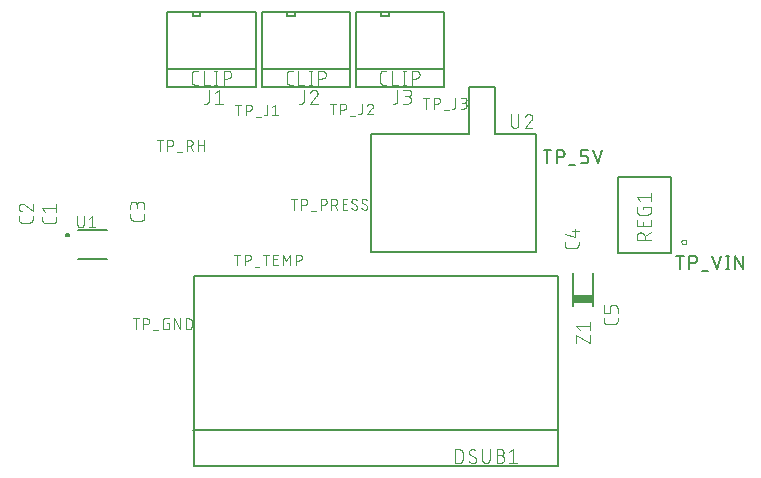
<source format=gbr>
G04 EAGLE Gerber RS-274X export*
G75*
%MOMM*%
%FSLAX34Y34*%
%LPD*%
%INSilkscreen Top*%
%IPPOS*%
%AMOC8*
5,1,8,0,0,1.08239X$1,22.5*%
G01*
%ADD10C,0.127000*%
%ADD11C,0.101600*%
%ADD12C,0.076200*%
%ADD13R,1.730000X0.740000*%
%ADD14C,0.200000*%


D10*
X317350Y282156D02*
X400350Y282156D01*
X400350Y322156D01*
X422350Y322156D01*
X422350Y282156D01*
X457350Y282156D01*
X457350Y182156D01*
X317350Y182156D01*
X317350Y282156D01*
D11*
X435783Y290565D02*
X435783Y299003D01*
X435783Y290565D02*
X435785Y290452D01*
X435791Y290339D01*
X435801Y290226D01*
X435815Y290113D01*
X435832Y290001D01*
X435854Y289890D01*
X435879Y289780D01*
X435909Y289670D01*
X435942Y289562D01*
X435979Y289455D01*
X436019Y289349D01*
X436064Y289245D01*
X436112Y289142D01*
X436163Y289041D01*
X436218Y288942D01*
X436276Y288845D01*
X436338Y288750D01*
X436403Y288657D01*
X436471Y288567D01*
X436542Y288479D01*
X436617Y288393D01*
X436694Y288310D01*
X436774Y288230D01*
X436857Y288153D01*
X436943Y288078D01*
X437031Y288007D01*
X437121Y287939D01*
X437214Y287874D01*
X437309Y287812D01*
X437406Y287754D01*
X437505Y287699D01*
X437606Y287648D01*
X437709Y287600D01*
X437813Y287555D01*
X437919Y287515D01*
X438026Y287478D01*
X438134Y287445D01*
X438244Y287415D01*
X438354Y287390D01*
X438465Y287368D01*
X438577Y287351D01*
X438690Y287337D01*
X438803Y287327D01*
X438916Y287321D01*
X439029Y287319D01*
X439142Y287321D01*
X439255Y287327D01*
X439368Y287337D01*
X439481Y287351D01*
X439593Y287368D01*
X439704Y287390D01*
X439814Y287415D01*
X439924Y287445D01*
X440032Y287478D01*
X440139Y287515D01*
X440245Y287555D01*
X440349Y287600D01*
X440452Y287648D01*
X440553Y287699D01*
X440652Y287754D01*
X440749Y287812D01*
X440844Y287874D01*
X440937Y287939D01*
X441027Y288007D01*
X441115Y288078D01*
X441201Y288153D01*
X441284Y288230D01*
X441364Y288310D01*
X441441Y288393D01*
X441516Y288479D01*
X441587Y288567D01*
X441655Y288657D01*
X441720Y288750D01*
X441782Y288845D01*
X441840Y288942D01*
X441895Y289041D01*
X441946Y289142D01*
X441994Y289245D01*
X442039Y289349D01*
X442079Y289455D01*
X442116Y289562D01*
X442149Y289670D01*
X442179Y289780D01*
X442204Y289890D01*
X442226Y290001D01*
X442243Y290113D01*
X442257Y290226D01*
X442267Y290339D01*
X442273Y290452D01*
X442275Y290565D01*
X442274Y290565D02*
X442274Y299003D01*
X451164Y299003D02*
X451271Y299001D01*
X451377Y298995D01*
X451483Y298985D01*
X451589Y298972D01*
X451695Y298954D01*
X451799Y298933D01*
X451903Y298908D01*
X452006Y298879D01*
X452107Y298847D01*
X452207Y298810D01*
X452306Y298770D01*
X452404Y298727D01*
X452500Y298680D01*
X452594Y298629D01*
X452686Y298575D01*
X452776Y298518D01*
X452864Y298458D01*
X452949Y298394D01*
X453032Y298327D01*
X453113Y298257D01*
X453191Y298185D01*
X453267Y298109D01*
X453339Y298031D01*
X453409Y297950D01*
X453476Y297867D01*
X453540Y297782D01*
X453600Y297694D01*
X453657Y297604D01*
X453711Y297512D01*
X453762Y297418D01*
X453809Y297322D01*
X453852Y297224D01*
X453892Y297125D01*
X453929Y297025D01*
X453961Y296924D01*
X453990Y296821D01*
X454015Y296717D01*
X454036Y296613D01*
X454054Y296507D01*
X454067Y296401D01*
X454077Y296295D01*
X454083Y296189D01*
X454085Y296082D01*
X451164Y299003D02*
X451043Y299001D01*
X450922Y298995D01*
X450802Y298985D01*
X450681Y298972D01*
X450562Y298954D01*
X450442Y298933D01*
X450324Y298908D01*
X450207Y298879D01*
X450090Y298846D01*
X449975Y298810D01*
X449861Y298769D01*
X449748Y298726D01*
X449636Y298678D01*
X449527Y298627D01*
X449419Y298572D01*
X449312Y298514D01*
X449208Y298453D01*
X449106Y298388D01*
X449006Y298320D01*
X448908Y298249D01*
X448812Y298175D01*
X448719Y298098D01*
X448629Y298017D01*
X448541Y297934D01*
X448456Y297848D01*
X448373Y297759D01*
X448294Y297668D01*
X448217Y297574D01*
X448144Y297478D01*
X448074Y297380D01*
X448007Y297279D01*
X447943Y297176D01*
X447883Y297071D01*
X447826Y296964D01*
X447772Y296856D01*
X447722Y296746D01*
X447676Y296634D01*
X447633Y296521D01*
X447594Y296406D01*
X453112Y293810D02*
X453191Y293887D01*
X453267Y293968D01*
X453340Y294051D01*
X453410Y294136D01*
X453477Y294224D01*
X453541Y294314D01*
X453601Y294406D01*
X453658Y294501D01*
X453712Y294597D01*
X453763Y294695D01*
X453810Y294795D01*
X453854Y294897D01*
X453894Y295000D01*
X453930Y295104D01*
X453962Y295210D01*
X453991Y295316D01*
X454016Y295424D01*
X454038Y295532D01*
X454055Y295642D01*
X454069Y295751D01*
X454078Y295861D01*
X454084Y295972D01*
X454086Y296082D01*
X453111Y293810D02*
X447594Y287319D01*
X454085Y287319D01*
X50673Y212074D02*
X50673Y209477D01*
X50671Y209378D01*
X50665Y209278D01*
X50656Y209179D01*
X50643Y209081D01*
X50626Y208983D01*
X50605Y208885D01*
X50580Y208789D01*
X50552Y208694D01*
X50520Y208600D01*
X50485Y208507D01*
X50446Y208415D01*
X50403Y208325D01*
X50358Y208237D01*
X50308Y208150D01*
X50256Y208066D01*
X50200Y207983D01*
X50142Y207903D01*
X50080Y207825D01*
X50015Y207750D01*
X49947Y207677D01*
X49877Y207607D01*
X49804Y207539D01*
X49729Y207474D01*
X49651Y207412D01*
X49571Y207354D01*
X49488Y207298D01*
X49404Y207246D01*
X49317Y207196D01*
X49229Y207151D01*
X49139Y207108D01*
X49047Y207069D01*
X48954Y207034D01*
X48860Y207002D01*
X48765Y206974D01*
X48669Y206949D01*
X48571Y206928D01*
X48473Y206911D01*
X48375Y206898D01*
X48276Y206889D01*
X48176Y206883D01*
X48077Y206881D01*
X41585Y206881D01*
X41486Y206883D01*
X41386Y206889D01*
X41287Y206898D01*
X41189Y206911D01*
X41091Y206929D01*
X40993Y206949D01*
X40897Y206974D01*
X40801Y207002D01*
X40707Y207034D01*
X40614Y207069D01*
X40523Y207108D01*
X40433Y207151D01*
X40344Y207196D01*
X40258Y207246D01*
X40173Y207298D01*
X40091Y207354D01*
X40011Y207413D01*
X39933Y207474D01*
X39857Y207539D01*
X39784Y207607D01*
X39714Y207677D01*
X39646Y207750D01*
X39581Y207826D01*
X39520Y207904D01*
X39461Y207984D01*
X39405Y208066D01*
X39353Y208151D01*
X39304Y208237D01*
X39258Y208326D01*
X39215Y208416D01*
X39176Y208507D01*
X39141Y208600D01*
X39109Y208694D01*
X39081Y208790D01*
X39056Y208886D01*
X39036Y208984D01*
X39018Y209082D01*
X39005Y209180D01*
X38996Y209279D01*
X38990Y209378D01*
X38988Y209478D01*
X38989Y209477D02*
X38989Y212074D01*
X41585Y216439D02*
X38989Y219685D01*
X50673Y219685D01*
X50673Y222930D02*
X50673Y216439D01*
X30857Y212433D02*
X30857Y209837D01*
X30855Y209738D01*
X30849Y209638D01*
X30840Y209539D01*
X30827Y209441D01*
X30810Y209343D01*
X30789Y209245D01*
X30764Y209149D01*
X30736Y209054D01*
X30704Y208960D01*
X30669Y208867D01*
X30630Y208775D01*
X30587Y208685D01*
X30542Y208597D01*
X30492Y208510D01*
X30440Y208426D01*
X30384Y208343D01*
X30326Y208263D01*
X30264Y208185D01*
X30199Y208110D01*
X30131Y208037D01*
X30061Y207967D01*
X29988Y207899D01*
X29913Y207834D01*
X29835Y207772D01*
X29755Y207714D01*
X29672Y207658D01*
X29588Y207606D01*
X29501Y207556D01*
X29413Y207511D01*
X29323Y207468D01*
X29231Y207429D01*
X29138Y207394D01*
X29044Y207362D01*
X28949Y207334D01*
X28853Y207309D01*
X28755Y207288D01*
X28657Y207271D01*
X28559Y207258D01*
X28460Y207249D01*
X28360Y207243D01*
X28261Y207241D01*
X28261Y207240D02*
X21769Y207240D01*
X21670Y207242D01*
X21570Y207248D01*
X21471Y207257D01*
X21373Y207270D01*
X21275Y207288D01*
X21177Y207308D01*
X21081Y207333D01*
X20985Y207361D01*
X20891Y207393D01*
X20798Y207428D01*
X20707Y207467D01*
X20617Y207510D01*
X20528Y207555D01*
X20442Y207605D01*
X20357Y207657D01*
X20275Y207713D01*
X20195Y207772D01*
X20117Y207833D01*
X20041Y207898D01*
X19968Y207966D01*
X19898Y208036D01*
X19830Y208109D01*
X19765Y208185D01*
X19704Y208263D01*
X19645Y208343D01*
X19589Y208425D01*
X19537Y208510D01*
X19488Y208596D01*
X19442Y208685D01*
X19399Y208775D01*
X19360Y208866D01*
X19325Y208959D01*
X19293Y209053D01*
X19265Y209149D01*
X19240Y209245D01*
X19220Y209343D01*
X19202Y209441D01*
X19189Y209539D01*
X19180Y209638D01*
X19174Y209737D01*
X19172Y209837D01*
X19173Y209837D02*
X19173Y212433D01*
X19173Y220369D02*
X19175Y220476D01*
X19181Y220582D01*
X19191Y220688D01*
X19204Y220794D01*
X19222Y220900D01*
X19243Y221004D01*
X19268Y221108D01*
X19297Y221211D01*
X19329Y221312D01*
X19366Y221412D01*
X19406Y221511D01*
X19449Y221609D01*
X19496Y221705D01*
X19547Y221799D01*
X19601Y221891D01*
X19658Y221981D01*
X19718Y222069D01*
X19782Y222154D01*
X19849Y222237D01*
X19919Y222318D01*
X19991Y222396D01*
X20067Y222472D01*
X20145Y222544D01*
X20226Y222614D01*
X20309Y222681D01*
X20394Y222745D01*
X20482Y222805D01*
X20572Y222862D01*
X20664Y222916D01*
X20758Y222967D01*
X20854Y223014D01*
X20952Y223057D01*
X21051Y223097D01*
X21151Y223134D01*
X21252Y223166D01*
X21355Y223195D01*
X21459Y223220D01*
X21563Y223241D01*
X21669Y223259D01*
X21775Y223272D01*
X21881Y223282D01*
X21987Y223288D01*
X22094Y223290D01*
X19173Y220369D02*
X19175Y220248D01*
X19181Y220127D01*
X19191Y220007D01*
X19204Y219886D01*
X19222Y219767D01*
X19243Y219647D01*
X19268Y219529D01*
X19297Y219412D01*
X19330Y219295D01*
X19366Y219180D01*
X19407Y219066D01*
X19450Y218953D01*
X19498Y218841D01*
X19549Y218732D01*
X19604Y218624D01*
X19662Y218517D01*
X19723Y218413D01*
X19788Y218311D01*
X19856Y218211D01*
X19927Y218113D01*
X20001Y218017D01*
X20078Y217924D01*
X20159Y217834D01*
X20242Y217746D01*
X20328Y217661D01*
X20417Y217578D01*
X20508Y217499D01*
X20602Y217422D01*
X20698Y217349D01*
X20796Y217279D01*
X20897Y217212D01*
X21000Y217148D01*
X21105Y217088D01*
X21212Y217030D01*
X21320Y216977D01*
X21430Y216927D01*
X21542Y216881D01*
X21655Y216838D01*
X21770Y216799D01*
X24366Y222315D02*
X24288Y222394D01*
X24208Y222470D01*
X24125Y222543D01*
X24039Y222613D01*
X23952Y222680D01*
X23861Y222744D01*
X23769Y222804D01*
X23675Y222862D01*
X23578Y222916D01*
X23480Y222966D01*
X23380Y223013D01*
X23279Y223057D01*
X23176Y223097D01*
X23071Y223133D01*
X22966Y223165D01*
X22859Y223194D01*
X22752Y223219D01*
X22643Y223241D01*
X22534Y223258D01*
X22425Y223272D01*
X22315Y223281D01*
X22204Y223287D01*
X22094Y223289D01*
X24366Y222316D02*
X30857Y216799D01*
X30857Y223290D01*
D12*
X580240Y190841D02*
X580242Y190930D01*
X580248Y191019D01*
X580258Y191108D01*
X580272Y191196D01*
X580289Y191283D01*
X580311Y191369D01*
X580337Y191455D01*
X580366Y191539D01*
X580399Y191622D01*
X580435Y191703D01*
X580476Y191783D01*
X580519Y191860D01*
X580566Y191936D01*
X580617Y192009D01*
X580670Y192080D01*
X580727Y192149D01*
X580787Y192215D01*
X580850Y192279D01*
X580915Y192339D01*
X580983Y192397D01*
X581054Y192451D01*
X581127Y192502D01*
X581202Y192550D01*
X581279Y192595D01*
X581358Y192636D01*
X581439Y192673D01*
X581521Y192707D01*
X581605Y192738D01*
X581690Y192764D01*
X581776Y192787D01*
X581863Y192805D01*
X581951Y192820D01*
X582040Y192831D01*
X582129Y192838D01*
X582218Y192841D01*
X582307Y192840D01*
X582396Y192835D01*
X582484Y192826D01*
X582573Y192813D01*
X582660Y192796D01*
X582747Y192776D01*
X582833Y192751D01*
X582917Y192723D01*
X583000Y192691D01*
X583082Y192655D01*
X583162Y192616D01*
X583240Y192573D01*
X583316Y192527D01*
X583390Y192477D01*
X583462Y192424D01*
X583531Y192368D01*
X583598Y192309D01*
X583662Y192247D01*
X583723Y192183D01*
X583782Y192115D01*
X583837Y192045D01*
X583889Y191973D01*
X583938Y191898D01*
X583983Y191822D01*
X584025Y191743D01*
X584063Y191663D01*
X584098Y191581D01*
X584129Y191497D01*
X584157Y191412D01*
X584180Y191326D01*
X584200Y191239D01*
X584216Y191152D01*
X584228Y191063D01*
X584236Y190975D01*
X584240Y190886D01*
X584240Y190796D01*
X584236Y190707D01*
X584228Y190619D01*
X584216Y190530D01*
X584200Y190443D01*
X584180Y190356D01*
X584157Y190270D01*
X584129Y190185D01*
X584098Y190101D01*
X584063Y190019D01*
X584025Y189939D01*
X583983Y189860D01*
X583938Y189784D01*
X583889Y189709D01*
X583837Y189637D01*
X583782Y189567D01*
X583723Y189499D01*
X583662Y189435D01*
X583598Y189373D01*
X583531Y189314D01*
X583462Y189258D01*
X583390Y189205D01*
X583316Y189155D01*
X583240Y189109D01*
X583162Y189066D01*
X583082Y189027D01*
X583000Y188991D01*
X582917Y188959D01*
X582833Y188931D01*
X582747Y188906D01*
X582660Y188886D01*
X582573Y188869D01*
X582484Y188856D01*
X582396Y188847D01*
X582307Y188842D01*
X582218Y188841D01*
X582129Y188844D01*
X582040Y188851D01*
X581951Y188862D01*
X581863Y188877D01*
X581776Y188895D01*
X581690Y188918D01*
X581605Y188944D01*
X581521Y188975D01*
X581439Y189009D01*
X581358Y189046D01*
X581279Y189087D01*
X581202Y189132D01*
X581127Y189180D01*
X581054Y189231D01*
X580983Y189285D01*
X580915Y189343D01*
X580850Y189403D01*
X580787Y189467D01*
X580727Y189533D01*
X580670Y189602D01*
X580617Y189673D01*
X580566Y189746D01*
X580519Y189822D01*
X580476Y189899D01*
X580435Y189979D01*
X580399Y190060D01*
X580366Y190143D01*
X580337Y190227D01*
X580311Y190313D01*
X580289Y190399D01*
X580272Y190486D01*
X580258Y190574D01*
X580248Y190663D01*
X580242Y190752D01*
X580240Y190841D01*
D10*
X571140Y181241D02*
X526140Y181241D01*
X526140Y246241D01*
X571140Y246241D01*
X571140Y181241D01*
D11*
X554228Y192405D02*
X542544Y192405D01*
X542544Y195651D01*
X542546Y195764D01*
X542552Y195877D01*
X542562Y195990D01*
X542576Y196103D01*
X542593Y196215D01*
X542615Y196326D01*
X542640Y196436D01*
X542670Y196546D01*
X542703Y196654D01*
X542740Y196761D01*
X542780Y196867D01*
X542825Y196971D01*
X542873Y197074D01*
X542924Y197175D01*
X542979Y197274D01*
X543037Y197371D01*
X543099Y197466D01*
X543164Y197559D01*
X543232Y197649D01*
X543303Y197737D01*
X543378Y197823D01*
X543455Y197906D01*
X543535Y197986D01*
X543618Y198063D01*
X543704Y198138D01*
X543792Y198209D01*
X543882Y198277D01*
X543975Y198342D01*
X544070Y198404D01*
X544167Y198462D01*
X544266Y198517D01*
X544367Y198568D01*
X544470Y198616D01*
X544574Y198661D01*
X544680Y198701D01*
X544787Y198738D01*
X544895Y198771D01*
X545005Y198801D01*
X545115Y198826D01*
X545226Y198848D01*
X545338Y198865D01*
X545451Y198879D01*
X545564Y198889D01*
X545677Y198895D01*
X545790Y198897D01*
X545903Y198895D01*
X546016Y198889D01*
X546129Y198879D01*
X546242Y198865D01*
X546354Y198848D01*
X546465Y198826D01*
X546575Y198801D01*
X546685Y198771D01*
X546793Y198738D01*
X546900Y198701D01*
X547006Y198661D01*
X547110Y198616D01*
X547213Y198568D01*
X547314Y198517D01*
X547413Y198462D01*
X547510Y198404D01*
X547605Y198342D01*
X547698Y198277D01*
X547788Y198209D01*
X547876Y198138D01*
X547962Y198063D01*
X548045Y197986D01*
X548125Y197906D01*
X548202Y197823D01*
X548277Y197737D01*
X548348Y197649D01*
X548416Y197559D01*
X548481Y197466D01*
X548543Y197371D01*
X548601Y197274D01*
X548656Y197175D01*
X548707Y197074D01*
X548755Y196971D01*
X548800Y196867D01*
X548840Y196761D01*
X548877Y196654D01*
X548910Y196546D01*
X548940Y196436D01*
X548965Y196326D01*
X548987Y196215D01*
X549004Y196103D01*
X549018Y195990D01*
X549028Y195877D01*
X549034Y195764D01*
X549036Y195651D01*
X549035Y195651D02*
X549035Y192405D01*
X549035Y196300D02*
X554228Y198896D01*
X554228Y204165D02*
X554228Y209358D01*
X554228Y204165D02*
X542544Y204165D01*
X542544Y209358D01*
X547737Y208060D02*
X547737Y204165D01*
X547737Y218592D02*
X547737Y220539D01*
X554228Y220539D01*
X554228Y216645D01*
X554226Y216546D01*
X554220Y216446D01*
X554211Y216347D01*
X554198Y216249D01*
X554181Y216151D01*
X554160Y216053D01*
X554135Y215957D01*
X554107Y215862D01*
X554075Y215768D01*
X554040Y215675D01*
X554001Y215583D01*
X553958Y215493D01*
X553913Y215405D01*
X553863Y215318D01*
X553811Y215234D01*
X553755Y215151D01*
X553697Y215071D01*
X553635Y214993D01*
X553570Y214918D01*
X553502Y214845D01*
X553432Y214775D01*
X553359Y214707D01*
X553284Y214642D01*
X553206Y214580D01*
X553126Y214522D01*
X553043Y214466D01*
X552959Y214414D01*
X552872Y214364D01*
X552784Y214319D01*
X552694Y214276D01*
X552602Y214237D01*
X552509Y214202D01*
X552415Y214170D01*
X552320Y214142D01*
X552224Y214117D01*
X552126Y214096D01*
X552028Y214079D01*
X551930Y214066D01*
X551831Y214057D01*
X551731Y214051D01*
X551632Y214049D01*
X551632Y214048D02*
X545140Y214048D01*
X545041Y214050D01*
X544941Y214056D01*
X544842Y214065D01*
X544744Y214078D01*
X544646Y214096D01*
X544548Y214116D01*
X544452Y214141D01*
X544356Y214169D01*
X544262Y214201D01*
X544169Y214236D01*
X544078Y214275D01*
X543988Y214318D01*
X543899Y214363D01*
X543813Y214413D01*
X543728Y214465D01*
X543646Y214521D01*
X543566Y214580D01*
X543488Y214641D01*
X543412Y214706D01*
X543339Y214774D01*
X543269Y214844D01*
X543201Y214917D01*
X543136Y214993D01*
X543075Y215071D01*
X543016Y215151D01*
X542960Y215233D01*
X542908Y215318D01*
X542859Y215404D01*
X542813Y215493D01*
X542770Y215583D01*
X542731Y215674D01*
X542696Y215767D01*
X542664Y215861D01*
X542636Y215957D01*
X542611Y216053D01*
X542591Y216151D01*
X542573Y216249D01*
X542560Y216347D01*
X542551Y216446D01*
X542545Y216545D01*
X542543Y216645D01*
X542544Y216645D02*
X542544Y220539D01*
X545140Y225859D02*
X542544Y229105D01*
X554228Y229105D01*
X554228Y232350D02*
X554228Y225859D01*
D10*
X488705Y164622D02*
X488705Y136622D01*
X505705Y136622D02*
X505705Y164622D01*
D13*
X497255Y142822D03*
D11*
X491363Y112101D02*
X491363Y105610D01*
X491363Y112101D02*
X503047Y105610D01*
X503047Y112101D01*
X493959Y116659D02*
X491363Y119904D01*
X503047Y119904D01*
X503047Y116659D02*
X503047Y123150D01*
X493141Y188432D02*
X493141Y191029D01*
X493141Y188432D02*
X493139Y188333D01*
X493133Y188233D01*
X493124Y188134D01*
X493111Y188036D01*
X493094Y187938D01*
X493073Y187840D01*
X493048Y187744D01*
X493020Y187649D01*
X492988Y187555D01*
X492953Y187462D01*
X492914Y187370D01*
X492871Y187280D01*
X492826Y187192D01*
X492776Y187105D01*
X492724Y187021D01*
X492668Y186938D01*
X492610Y186858D01*
X492548Y186780D01*
X492483Y186705D01*
X492415Y186632D01*
X492345Y186562D01*
X492272Y186494D01*
X492197Y186429D01*
X492119Y186367D01*
X492039Y186309D01*
X491956Y186253D01*
X491872Y186201D01*
X491785Y186151D01*
X491697Y186106D01*
X491607Y186063D01*
X491515Y186024D01*
X491422Y185989D01*
X491328Y185957D01*
X491233Y185929D01*
X491137Y185904D01*
X491039Y185883D01*
X490941Y185866D01*
X490843Y185853D01*
X490744Y185844D01*
X490644Y185838D01*
X490545Y185836D01*
X484053Y185836D01*
X484053Y185835D02*
X483954Y185837D01*
X483854Y185843D01*
X483755Y185852D01*
X483657Y185865D01*
X483559Y185883D01*
X483461Y185903D01*
X483365Y185928D01*
X483269Y185956D01*
X483175Y185988D01*
X483082Y186023D01*
X482991Y186062D01*
X482901Y186105D01*
X482812Y186150D01*
X482726Y186200D01*
X482641Y186252D01*
X482559Y186308D01*
X482479Y186367D01*
X482401Y186428D01*
X482325Y186493D01*
X482252Y186561D01*
X482182Y186631D01*
X482114Y186704D01*
X482049Y186780D01*
X481988Y186858D01*
X481929Y186938D01*
X481873Y187020D01*
X481821Y187105D01*
X481772Y187191D01*
X481726Y187280D01*
X481683Y187370D01*
X481644Y187461D01*
X481609Y187554D01*
X481577Y187648D01*
X481549Y187744D01*
X481524Y187840D01*
X481504Y187938D01*
X481486Y188036D01*
X481473Y188134D01*
X481464Y188233D01*
X481458Y188332D01*
X481456Y188432D01*
X481457Y188432D02*
X481457Y191029D01*
X481457Y197990D02*
X490545Y195394D01*
X490545Y201885D01*
X487948Y199938D02*
X493141Y199938D01*
X526161Y126560D02*
X526161Y123963D01*
X526159Y123864D01*
X526153Y123764D01*
X526144Y123665D01*
X526131Y123567D01*
X526114Y123469D01*
X526093Y123371D01*
X526068Y123275D01*
X526040Y123180D01*
X526008Y123086D01*
X525973Y122993D01*
X525934Y122901D01*
X525891Y122811D01*
X525846Y122723D01*
X525796Y122636D01*
X525744Y122552D01*
X525688Y122469D01*
X525630Y122389D01*
X525568Y122311D01*
X525503Y122236D01*
X525435Y122163D01*
X525365Y122093D01*
X525292Y122025D01*
X525217Y121960D01*
X525139Y121898D01*
X525059Y121840D01*
X524976Y121784D01*
X524892Y121732D01*
X524805Y121682D01*
X524717Y121637D01*
X524627Y121594D01*
X524535Y121555D01*
X524442Y121520D01*
X524348Y121488D01*
X524253Y121460D01*
X524157Y121435D01*
X524059Y121414D01*
X523961Y121397D01*
X523863Y121384D01*
X523764Y121375D01*
X523664Y121369D01*
X523565Y121367D01*
X517073Y121367D01*
X517073Y121366D02*
X516974Y121368D01*
X516874Y121374D01*
X516775Y121383D01*
X516677Y121396D01*
X516579Y121414D01*
X516481Y121434D01*
X516385Y121459D01*
X516289Y121487D01*
X516195Y121519D01*
X516102Y121554D01*
X516011Y121593D01*
X515921Y121636D01*
X515832Y121681D01*
X515746Y121731D01*
X515661Y121783D01*
X515579Y121839D01*
X515499Y121898D01*
X515421Y121959D01*
X515345Y122024D01*
X515272Y122092D01*
X515202Y122162D01*
X515134Y122235D01*
X515069Y122311D01*
X515008Y122389D01*
X514949Y122469D01*
X514893Y122551D01*
X514841Y122636D01*
X514792Y122722D01*
X514746Y122811D01*
X514703Y122901D01*
X514664Y122992D01*
X514629Y123085D01*
X514597Y123179D01*
X514569Y123275D01*
X514544Y123371D01*
X514524Y123469D01*
X514506Y123567D01*
X514493Y123665D01*
X514484Y123764D01*
X514478Y123863D01*
X514476Y123963D01*
X514477Y123963D02*
X514477Y126560D01*
X526161Y130925D02*
X526161Y134820D01*
X526159Y134919D01*
X526153Y135019D01*
X526144Y135118D01*
X526131Y135216D01*
X526114Y135314D01*
X526093Y135412D01*
X526068Y135508D01*
X526040Y135603D01*
X526008Y135697D01*
X525973Y135790D01*
X525934Y135882D01*
X525891Y135972D01*
X525846Y136060D01*
X525796Y136147D01*
X525744Y136231D01*
X525688Y136314D01*
X525630Y136394D01*
X525568Y136472D01*
X525503Y136547D01*
X525435Y136620D01*
X525365Y136690D01*
X525292Y136758D01*
X525217Y136823D01*
X525139Y136885D01*
X525059Y136943D01*
X524976Y136999D01*
X524892Y137051D01*
X524805Y137101D01*
X524717Y137146D01*
X524627Y137189D01*
X524535Y137228D01*
X524442Y137263D01*
X524348Y137295D01*
X524253Y137323D01*
X524157Y137348D01*
X524059Y137369D01*
X523961Y137386D01*
X523863Y137399D01*
X523764Y137408D01*
X523664Y137414D01*
X523565Y137416D01*
X522266Y137416D01*
X522167Y137414D01*
X522067Y137408D01*
X521968Y137399D01*
X521870Y137386D01*
X521772Y137369D01*
X521674Y137348D01*
X521578Y137323D01*
X521483Y137295D01*
X521389Y137263D01*
X521296Y137228D01*
X521204Y137189D01*
X521114Y137146D01*
X521026Y137101D01*
X520939Y137051D01*
X520855Y136999D01*
X520772Y136943D01*
X520692Y136885D01*
X520614Y136823D01*
X520539Y136758D01*
X520466Y136690D01*
X520396Y136620D01*
X520328Y136547D01*
X520263Y136472D01*
X520201Y136394D01*
X520143Y136314D01*
X520087Y136231D01*
X520035Y136147D01*
X519985Y136060D01*
X519940Y135972D01*
X519897Y135882D01*
X519858Y135790D01*
X519823Y135697D01*
X519791Y135603D01*
X519763Y135508D01*
X519738Y135412D01*
X519717Y135314D01*
X519700Y135216D01*
X519687Y135118D01*
X519678Y135019D01*
X519672Y134919D01*
X519670Y134820D01*
X519670Y130925D01*
X514477Y130925D01*
X514477Y137416D01*
X125476Y211509D02*
X125476Y214106D01*
X125476Y211509D02*
X125474Y211410D01*
X125468Y211310D01*
X125459Y211211D01*
X125446Y211113D01*
X125429Y211015D01*
X125408Y210917D01*
X125383Y210821D01*
X125355Y210726D01*
X125323Y210632D01*
X125288Y210539D01*
X125249Y210447D01*
X125206Y210357D01*
X125161Y210269D01*
X125111Y210182D01*
X125059Y210098D01*
X125003Y210015D01*
X124945Y209935D01*
X124883Y209857D01*
X124818Y209782D01*
X124750Y209709D01*
X124680Y209639D01*
X124607Y209571D01*
X124532Y209506D01*
X124454Y209444D01*
X124374Y209386D01*
X124291Y209330D01*
X124207Y209278D01*
X124120Y209228D01*
X124032Y209183D01*
X123942Y209140D01*
X123850Y209101D01*
X123757Y209066D01*
X123663Y209034D01*
X123568Y209006D01*
X123472Y208981D01*
X123374Y208960D01*
X123276Y208943D01*
X123178Y208930D01*
X123079Y208921D01*
X122979Y208915D01*
X122880Y208913D01*
X116388Y208913D01*
X116289Y208915D01*
X116189Y208921D01*
X116090Y208930D01*
X115992Y208943D01*
X115894Y208961D01*
X115796Y208981D01*
X115700Y209006D01*
X115604Y209034D01*
X115510Y209066D01*
X115417Y209101D01*
X115326Y209140D01*
X115236Y209183D01*
X115147Y209228D01*
X115061Y209278D01*
X114976Y209330D01*
X114894Y209386D01*
X114814Y209445D01*
X114736Y209506D01*
X114660Y209571D01*
X114587Y209639D01*
X114517Y209709D01*
X114449Y209782D01*
X114384Y209858D01*
X114323Y209936D01*
X114264Y210016D01*
X114208Y210098D01*
X114156Y210183D01*
X114107Y210269D01*
X114061Y210358D01*
X114018Y210448D01*
X113979Y210539D01*
X113944Y210632D01*
X113912Y210726D01*
X113884Y210822D01*
X113859Y210918D01*
X113839Y211016D01*
X113821Y211114D01*
X113808Y211212D01*
X113799Y211311D01*
X113793Y211410D01*
X113791Y211510D01*
X113792Y211509D02*
X113792Y214106D01*
X125476Y218471D02*
X125476Y221717D01*
X125474Y221830D01*
X125468Y221943D01*
X125458Y222056D01*
X125444Y222169D01*
X125427Y222281D01*
X125405Y222392D01*
X125380Y222502D01*
X125350Y222612D01*
X125317Y222720D01*
X125280Y222827D01*
X125240Y222933D01*
X125195Y223037D01*
X125147Y223140D01*
X125096Y223241D01*
X125041Y223340D01*
X124983Y223437D01*
X124921Y223532D01*
X124856Y223625D01*
X124788Y223715D01*
X124717Y223803D01*
X124642Y223889D01*
X124565Y223972D01*
X124485Y224052D01*
X124402Y224129D01*
X124316Y224204D01*
X124228Y224275D01*
X124138Y224343D01*
X124045Y224408D01*
X123950Y224470D01*
X123853Y224528D01*
X123754Y224583D01*
X123653Y224634D01*
X123550Y224682D01*
X123446Y224727D01*
X123340Y224767D01*
X123233Y224804D01*
X123125Y224837D01*
X123015Y224867D01*
X122905Y224892D01*
X122794Y224914D01*
X122682Y224931D01*
X122569Y224945D01*
X122456Y224955D01*
X122343Y224961D01*
X122230Y224963D01*
X122117Y224961D01*
X122004Y224955D01*
X121891Y224945D01*
X121778Y224931D01*
X121666Y224914D01*
X121555Y224892D01*
X121445Y224867D01*
X121335Y224837D01*
X121227Y224804D01*
X121120Y224767D01*
X121014Y224727D01*
X120910Y224682D01*
X120807Y224634D01*
X120706Y224583D01*
X120607Y224528D01*
X120510Y224470D01*
X120415Y224408D01*
X120322Y224343D01*
X120232Y224275D01*
X120144Y224204D01*
X120058Y224129D01*
X119975Y224052D01*
X119895Y223972D01*
X119818Y223889D01*
X119743Y223803D01*
X119672Y223715D01*
X119604Y223625D01*
X119539Y223532D01*
X119477Y223437D01*
X119419Y223340D01*
X119364Y223241D01*
X119313Y223140D01*
X119265Y223037D01*
X119220Y222933D01*
X119180Y222827D01*
X119143Y222720D01*
X119110Y222612D01*
X119080Y222502D01*
X119055Y222392D01*
X119033Y222281D01*
X119016Y222169D01*
X119002Y222056D01*
X118992Y221943D01*
X118986Y221830D01*
X118984Y221717D01*
X113792Y222366D02*
X113792Y218471D01*
X113792Y222366D02*
X113794Y222467D01*
X113800Y222567D01*
X113810Y222667D01*
X113823Y222767D01*
X113841Y222866D01*
X113862Y222965D01*
X113887Y223062D01*
X113916Y223159D01*
X113949Y223254D01*
X113985Y223348D01*
X114025Y223440D01*
X114068Y223531D01*
X114115Y223620D01*
X114165Y223707D01*
X114219Y223793D01*
X114276Y223876D01*
X114336Y223956D01*
X114399Y224035D01*
X114466Y224111D01*
X114535Y224184D01*
X114607Y224254D01*
X114681Y224322D01*
X114758Y224387D01*
X114838Y224448D01*
X114920Y224507D01*
X115004Y224562D01*
X115090Y224614D01*
X115178Y224663D01*
X115268Y224708D01*
X115360Y224750D01*
X115453Y224788D01*
X115548Y224822D01*
X115643Y224853D01*
X115740Y224880D01*
X115838Y224903D01*
X115937Y224923D01*
X116037Y224938D01*
X116137Y224950D01*
X116237Y224958D01*
X116338Y224962D01*
X116438Y224962D01*
X116539Y224958D01*
X116639Y224950D01*
X116739Y224938D01*
X116839Y224923D01*
X116938Y224903D01*
X117036Y224880D01*
X117133Y224853D01*
X117228Y224822D01*
X117323Y224788D01*
X117416Y224750D01*
X117508Y224708D01*
X117598Y224663D01*
X117686Y224614D01*
X117772Y224562D01*
X117856Y224507D01*
X117938Y224448D01*
X118018Y224387D01*
X118095Y224322D01*
X118169Y224254D01*
X118241Y224184D01*
X118310Y224111D01*
X118377Y224035D01*
X118440Y223956D01*
X118500Y223876D01*
X118557Y223793D01*
X118611Y223707D01*
X118661Y223620D01*
X118708Y223531D01*
X118751Y223440D01*
X118791Y223348D01*
X118827Y223254D01*
X118860Y223159D01*
X118889Y223062D01*
X118914Y222965D01*
X118935Y222866D01*
X118953Y222767D01*
X118966Y222667D01*
X118976Y222567D01*
X118982Y222467D01*
X118984Y222366D01*
X118985Y222366D02*
X118985Y219769D01*
D10*
X219722Y337633D02*
X219722Y385433D01*
X219722Y337633D02*
X219722Y321933D01*
X145022Y321933D01*
X145022Y337633D01*
X145022Y385433D01*
X172772Y385433D01*
X219722Y385433D01*
X172772Y385433D02*
X172772Y382133D01*
X166372Y382133D01*
X166372Y385333D01*
X145022Y337633D02*
X219722Y337633D01*
D11*
X170883Y324041D02*
X168287Y324041D01*
X168188Y324043D01*
X168088Y324049D01*
X167989Y324058D01*
X167891Y324071D01*
X167793Y324088D01*
X167695Y324109D01*
X167599Y324134D01*
X167504Y324162D01*
X167410Y324194D01*
X167317Y324229D01*
X167225Y324268D01*
X167135Y324311D01*
X167047Y324356D01*
X166960Y324406D01*
X166876Y324458D01*
X166793Y324514D01*
X166713Y324572D01*
X166635Y324634D01*
X166560Y324699D01*
X166487Y324767D01*
X166417Y324837D01*
X166349Y324910D01*
X166284Y324985D01*
X166222Y325063D01*
X166164Y325143D01*
X166108Y325226D01*
X166056Y325310D01*
X166006Y325397D01*
X165961Y325485D01*
X165918Y325575D01*
X165879Y325667D01*
X165844Y325760D01*
X165812Y325854D01*
X165784Y325949D01*
X165759Y326045D01*
X165738Y326143D01*
X165721Y326241D01*
X165708Y326339D01*
X165699Y326438D01*
X165693Y326538D01*
X165691Y326637D01*
X165690Y326637D02*
X165690Y333129D01*
X165691Y333129D02*
X165693Y333228D01*
X165699Y333328D01*
X165708Y333427D01*
X165721Y333525D01*
X165738Y333623D01*
X165759Y333721D01*
X165784Y333817D01*
X165812Y333912D01*
X165844Y334006D01*
X165879Y334099D01*
X165918Y334191D01*
X165961Y334281D01*
X166006Y334369D01*
X166056Y334456D01*
X166108Y334540D01*
X166164Y334623D01*
X166222Y334703D01*
X166284Y334781D01*
X166349Y334856D01*
X166417Y334929D01*
X166487Y334999D01*
X166560Y335067D01*
X166635Y335132D01*
X166713Y335194D01*
X166793Y335252D01*
X166876Y335308D01*
X166960Y335360D01*
X167047Y335410D01*
X167135Y335455D01*
X167225Y335498D01*
X167317Y335537D01*
X167409Y335572D01*
X167504Y335604D01*
X167599Y335632D01*
X167695Y335657D01*
X167793Y335678D01*
X167891Y335695D01*
X167989Y335708D01*
X168088Y335717D01*
X168188Y335723D01*
X168287Y335725D01*
X170883Y335725D01*
X175652Y335725D02*
X175652Y324041D01*
X180845Y324041D01*
X186114Y324041D02*
X186114Y335725D01*
X184816Y324041D02*
X187412Y324041D01*
X187412Y335725D02*
X184816Y335725D01*
X192563Y335725D02*
X192563Y324041D01*
X192563Y335725D02*
X195808Y335725D01*
X195921Y335723D01*
X196034Y335717D01*
X196147Y335707D01*
X196260Y335693D01*
X196372Y335676D01*
X196483Y335654D01*
X196593Y335629D01*
X196703Y335599D01*
X196811Y335566D01*
X196918Y335529D01*
X197024Y335489D01*
X197128Y335444D01*
X197231Y335396D01*
X197332Y335345D01*
X197431Y335290D01*
X197528Y335232D01*
X197623Y335170D01*
X197716Y335105D01*
X197806Y335037D01*
X197894Y334966D01*
X197980Y334891D01*
X198063Y334814D01*
X198143Y334734D01*
X198220Y334651D01*
X198295Y334565D01*
X198366Y334477D01*
X198434Y334387D01*
X198499Y334294D01*
X198561Y334199D01*
X198619Y334102D01*
X198674Y334003D01*
X198725Y333902D01*
X198773Y333799D01*
X198818Y333695D01*
X198858Y333589D01*
X198895Y333482D01*
X198928Y333374D01*
X198958Y333264D01*
X198983Y333154D01*
X199005Y333043D01*
X199022Y332931D01*
X199036Y332818D01*
X199046Y332705D01*
X199052Y332592D01*
X199054Y332479D01*
X199052Y332366D01*
X199046Y332253D01*
X199036Y332140D01*
X199022Y332027D01*
X199005Y331915D01*
X198983Y331804D01*
X198958Y331694D01*
X198928Y331584D01*
X198895Y331476D01*
X198858Y331369D01*
X198818Y331263D01*
X198773Y331159D01*
X198725Y331056D01*
X198674Y330955D01*
X198619Y330856D01*
X198561Y330759D01*
X198499Y330664D01*
X198434Y330571D01*
X198366Y330481D01*
X198295Y330393D01*
X198220Y330307D01*
X198143Y330224D01*
X198063Y330144D01*
X197980Y330067D01*
X197894Y329992D01*
X197806Y329921D01*
X197716Y329853D01*
X197623Y329788D01*
X197528Y329726D01*
X197431Y329668D01*
X197332Y329613D01*
X197231Y329562D01*
X197128Y329514D01*
X197024Y329469D01*
X196918Y329429D01*
X196811Y329392D01*
X196703Y329359D01*
X196593Y329329D01*
X196483Y329304D01*
X196372Y329282D01*
X196260Y329265D01*
X196147Y329251D01*
X196034Y329241D01*
X195921Y329235D01*
X195808Y329233D01*
X195808Y329234D02*
X192563Y329234D01*
X180137Y319625D02*
X180137Y310537D01*
X180135Y310438D01*
X180129Y310338D01*
X180120Y310239D01*
X180107Y310141D01*
X180090Y310043D01*
X180069Y309945D01*
X180044Y309849D01*
X180016Y309754D01*
X179984Y309660D01*
X179949Y309567D01*
X179910Y309475D01*
X179867Y309385D01*
X179822Y309297D01*
X179772Y309210D01*
X179720Y309126D01*
X179664Y309043D01*
X179606Y308963D01*
X179544Y308885D01*
X179479Y308810D01*
X179411Y308737D01*
X179341Y308667D01*
X179268Y308599D01*
X179193Y308534D01*
X179115Y308472D01*
X179035Y308414D01*
X178952Y308358D01*
X178868Y308306D01*
X178781Y308256D01*
X178693Y308211D01*
X178603Y308168D01*
X178511Y308129D01*
X178418Y308094D01*
X178324Y308062D01*
X178229Y308034D01*
X178133Y308009D01*
X178035Y307988D01*
X177937Y307971D01*
X177839Y307958D01*
X177740Y307949D01*
X177640Y307943D01*
X177541Y307941D01*
X176242Y307941D01*
X185410Y317029D02*
X188656Y319625D01*
X188656Y307941D01*
X185410Y307941D02*
X191902Y307941D01*
D10*
X299986Y337633D02*
X299986Y385433D01*
X299986Y337633D02*
X299986Y321933D01*
X225286Y321933D01*
X225286Y337633D01*
X225286Y385433D01*
X253036Y385433D01*
X299986Y385433D01*
X253036Y385433D02*
X253036Y382133D01*
X246636Y382133D01*
X246636Y385333D01*
X225286Y337633D02*
X299986Y337633D01*
D11*
X251147Y324041D02*
X248551Y324041D01*
X248452Y324043D01*
X248352Y324049D01*
X248253Y324058D01*
X248155Y324071D01*
X248057Y324088D01*
X247959Y324109D01*
X247863Y324134D01*
X247768Y324162D01*
X247674Y324194D01*
X247581Y324229D01*
X247489Y324268D01*
X247399Y324311D01*
X247311Y324356D01*
X247224Y324406D01*
X247140Y324458D01*
X247057Y324514D01*
X246977Y324572D01*
X246899Y324634D01*
X246824Y324699D01*
X246751Y324767D01*
X246681Y324837D01*
X246613Y324910D01*
X246548Y324985D01*
X246486Y325063D01*
X246428Y325143D01*
X246372Y325226D01*
X246320Y325310D01*
X246270Y325397D01*
X246225Y325485D01*
X246182Y325575D01*
X246143Y325667D01*
X246108Y325760D01*
X246076Y325854D01*
X246048Y325949D01*
X246023Y326045D01*
X246002Y326143D01*
X245985Y326241D01*
X245972Y326339D01*
X245963Y326438D01*
X245957Y326538D01*
X245955Y326637D01*
X245954Y326637D02*
X245954Y333129D01*
X245955Y333129D02*
X245957Y333228D01*
X245963Y333328D01*
X245972Y333427D01*
X245985Y333525D01*
X246002Y333623D01*
X246023Y333721D01*
X246048Y333817D01*
X246076Y333912D01*
X246108Y334006D01*
X246143Y334099D01*
X246182Y334191D01*
X246225Y334281D01*
X246270Y334369D01*
X246320Y334456D01*
X246372Y334540D01*
X246428Y334623D01*
X246486Y334703D01*
X246548Y334781D01*
X246613Y334856D01*
X246681Y334929D01*
X246751Y334999D01*
X246824Y335067D01*
X246899Y335132D01*
X246977Y335194D01*
X247057Y335252D01*
X247140Y335308D01*
X247224Y335360D01*
X247311Y335410D01*
X247399Y335455D01*
X247489Y335498D01*
X247581Y335537D01*
X247673Y335572D01*
X247768Y335604D01*
X247863Y335632D01*
X247959Y335657D01*
X248057Y335678D01*
X248155Y335695D01*
X248253Y335708D01*
X248352Y335717D01*
X248452Y335723D01*
X248551Y335725D01*
X251147Y335725D01*
X255916Y335725D02*
X255916Y324041D01*
X261109Y324041D01*
X266378Y324041D02*
X266378Y335725D01*
X265080Y324041D02*
X267676Y324041D01*
X267676Y335725D02*
X265080Y335725D01*
X272827Y335725D02*
X272827Y324041D01*
X272827Y335725D02*
X276072Y335725D01*
X276185Y335723D01*
X276298Y335717D01*
X276411Y335707D01*
X276524Y335693D01*
X276636Y335676D01*
X276747Y335654D01*
X276857Y335629D01*
X276967Y335599D01*
X277075Y335566D01*
X277182Y335529D01*
X277288Y335489D01*
X277392Y335444D01*
X277495Y335396D01*
X277596Y335345D01*
X277695Y335290D01*
X277792Y335232D01*
X277887Y335170D01*
X277980Y335105D01*
X278070Y335037D01*
X278158Y334966D01*
X278244Y334891D01*
X278327Y334814D01*
X278407Y334734D01*
X278484Y334651D01*
X278559Y334565D01*
X278630Y334477D01*
X278698Y334387D01*
X278763Y334294D01*
X278825Y334199D01*
X278883Y334102D01*
X278938Y334003D01*
X278989Y333902D01*
X279037Y333799D01*
X279082Y333695D01*
X279122Y333589D01*
X279159Y333482D01*
X279192Y333374D01*
X279222Y333264D01*
X279247Y333154D01*
X279269Y333043D01*
X279286Y332931D01*
X279300Y332818D01*
X279310Y332705D01*
X279316Y332592D01*
X279318Y332479D01*
X279316Y332366D01*
X279310Y332253D01*
X279300Y332140D01*
X279286Y332027D01*
X279269Y331915D01*
X279247Y331804D01*
X279222Y331694D01*
X279192Y331584D01*
X279159Y331476D01*
X279122Y331369D01*
X279082Y331263D01*
X279037Y331159D01*
X278989Y331056D01*
X278938Y330955D01*
X278883Y330856D01*
X278825Y330759D01*
X278763Y330664D01*
X278698Y330571D01*
X278630Y330481D01*
X278559Y330393D01*
X278484Y330307D01*
X278407Y330224D01*
X278327Y330144D01*
X278244Y330067D01*
X278158Y329992D01*
X278070Y329921D01*
X277980Y329853D01*
X277887Y329788D01*
X277792Y329726D01*
X277695Y329668D01*
X277596Y329613D01*
X277495Y329562D01*
X277392Y329514D01*
X277288Y329469D01*
X277182Y329429D01*
X277075Y329392D01*
X276967Y329359D01*
X276857Y329329D01*
X276747Y329304D01*
X276636Y329282D01*
X276524Y329265D01*
X276411Y329251D01*
X276298Y329241D01*
X276185Y329235D01*
X276072Y329233D01*
X276072Y329234D02*
X272827Y329234D01*
X260401Y319625D02*
X260401Y310537D01*
X260399Y310438D01*
X260393Y310338D01*
X260384Y310239D01*
X260371Y310141D01*
X260354Y310043D01*
X260333Y309945D01*
X260308Y309849D01*
X260280Y309754D01*
X260248Y309660D01*
X260213Y309567D01*
X260174Y309475D01*
X260131Y309385D01*
X260086Y309297D01*
X260036Y309210D01*
X259984Y309126D01*
X259928Y309043D01*
X259870Y308963D01*
X259808Y308885D01*
X259743Y308810D01*
X259675Y308737D01*
X259605Y308667D01*
X259532Y308599D01*
X259457Y308534D01*
X259379Y308472D01*
X259299Y308414D01*
X259216Y308358D01*
X259132Y308306D01*
X259045Y308256D01*
X258957Y308211D01*
X258867Y308168D01*
X258775Y308129D01*
X258682Y308094D01*
X258588Y308062D01*
X258493Y308034D01*
X258397Y308009D01*
X258299Y307988D01*
X258201Y307971D01*
X258103Y307958D01*
X258004Y307949D01*
X257904Y307943D01*
X257805Y307941D01*
X256506Y307941D01*
X269245Y319625D02*
X269352Y319623D01*
X269458Y319617D01*
X269564Y319607D01*
X269670Y319594D01*
X269776Y319576D01*
X269880Y319555D01*
X269984Y319530D01*
X270087Y319501D01*
X270188Y319469D01*
X270288Y319432D01*
X270387Y319392D01*
X270485Y319349D01*
X270581Y319302D01*
X270675Y319251D01*
X270767Y319197D01*
X270857Y319140D01*
X270945Y319080D01*
X271030Y319016D01*
X271113Y318949D01*
X271194Y318879D01*
X271272Y318807D01*
X271348Y318731D01*
X271420Y318653D01*
X271490Y318572D01*
X271557Y318489D01*
X271621Y318404D01*
X271681Y318316D01*
X271738Y318226D01*
X271792Y318134D01*
X271843Y318040D01*
X271890Y317944D01*
X271933Y317846D01*
X271973Y317747D01*
X272010Y317647D01*
X272042Y317546D01*
X272071Y317443D01*
X272096Y317339D01*
X272117Y317235D01*
X272135Y317129D01*
X272148Y317023D01*
X272158Y316917D01*
X272164Y316811D01*
X272166Y316704D01*
X269245Y319625D02*
X269124Y319623D01*
X269003Y319617D01*
X268883Y319607D01*
X268762Y319594D01*
X268643Y319576D01*
X268523Y319555D01*
X268405Y319530D01*
X268288Y319501D01*
X268171Y319468D01*
X268056Y319432D01*
X267942Y319391D01*
X267829Y319348D01*
X267717Y319300D01*
X267608Y319249D01*
X267500Y319194D01*
X267393Y319136D01*
X267289Y319075D01*
X267187Y319010D01*
X267087Y318942D01*
X266989Y318871D01*
X266893Y318797D01*
X266800Y318720D01*
X266710Y318639D01*
X266622Y318556D01*
X266537Y318470D01*
X266454Y318381D01*
X266375Y318290D01*
X266298Y318196D01*
X266225Y318100D01*
X266155Y318002D01*
X266088Y317901D01*
X266024Y317798D01*
X265964Y317693D01*
X265907Y317586D01*
X265853Y317478D01*
X265803Y317368D01*
X265757Y317256D01*
X265714Y317143D01*
X265675Y317028D01*
X271192Y314432D02*
X271271Y314509D01*
X271347Y314590D01*
X271420Y314673D01*
X271490Y314758D01*
X271557Y314846D01*
X271621Y314936D01*
X271681Y315028D01*
X271738Y315123D01*
X271792Y315219D01*
X271843Y315317D01*
X271890Y315417D01*
X271934Y315519D01*
X271974Y315622D01*
X272010Y315726D01*
X272042Y315832D01*
X272071Y315938D01*
X272096Y316046D01*
X272118Y316154D01*
X272135Y316264D01*
X272149Y316373D01*
X272158Y316483D01*
X272164Y316594D01*
X272166Y316704D01*
X271192Y314432D02*
X265674Y307941D01*
X272166Y307941D01*
D10*
X379234Y337633D02*
X379234Y385433D01*
X379234Y337633D02*
X379234Y321933D01*
X304534Y321933D01*
X304534Y337633D01*
X304534Y385433D01*
X332284Y385433D01*
X379234Y385433D01*
X332284Y385433D02*
X332284Y382133D01*
X325884Y382133D01*
X325884Y385333D01*
X304534Y337633D02*
X379234Y337633D01*
D11*
X330395Y324041D02*
X327799Y324041D01*
X327700Y324043D01*
X327600Y324049D01*
X327501Y324058D01*
X327403Y324071D01*
X327305Y324088D01*
X327207Y324109D01*
X327111Y324134D01*
X327016Y324162D01*
X326922Y324194D01*
X326829Y324229D01*
X326737Y324268D01*
X326647Y324311D01*
X326559Y324356D01*
X326472Y324406D01*
X326388Y324458D01*
X326305Y324514D01*
X326225Y324572D01*
X326147Y324634D01*
X326072Y324699D01*
X325999Y324767D01*
X325929Y324837D01*
X325861Y324910D01*
X325796Y324985D01*
X325734Y325063D01*
X325676Y325143D01*
X325620Y325226D01*
X325568Y325310D01*
X325518Y325397D01*
X325473Y325485D01*
X325430Y325575D01*
X325391Y325667D01*
X325356Y325760D01*
X325324Y325854D01*
X325296Y325949D01*
X325271Y326045D01*
X325250Y326143D01*
X325233Y326241D01*
X325220Y326339D01*
X325211Y326438D01*
X325205Y326538D01*
X325203Y326637D01*
X325202Y326637D02*
X325202Y333129D01*
X325203Y333129D02*
X325205Y333228D01*
X325211Y333328D01*
X325220Y333427D01*
X325233Y333525D01*
X325250Y333623D01*
X325271Y333721D01*
X325296Y333817D01*
X325324Y333912D01*
X325356Y334006D01*
X325391Y334099D01*
X325430Y334191D01*
X325473Y334281D01*
X325518Y334369D01*
X325568Y334456D01*
X325620Y334540D01*
X325676Y334623D01*
X325734Y334703D01*
X325796Y334781D01*
X325861Y334856D01*
X325929Y334929D01*
X325999Y334999D01*
X326072Y335067D01*
X326147Y335132D01*
X326225Y335194D01*
X326305Y335252D01*
X326388Y335308D01*
X326472Y335360D01*
X326559Y335410D01*
X326647Y335455D01*
X326737Y335498D01*
X326829Y335537D01*
X326921Y335572D01*
X327016Y335604D01*
X327111Y335632D01*
X327207Y335657D01*
X327305Y335678D01*
X327403Y335695D01*
X327501Y335708D01*
X327600Y335717D01*
X327700Y335723D01*
X327799Y335725D01*
X330395Y335725D01*
X335164Y335725D02*
X335164Y324041D01*
X340357Y324041D01*
X345626Y324041D02*
X345626Y335725D01*
X344328Y324041D02*
X346924Y324041D01*
X346924Y335725D02*
X344328Y335725D01*
X352075Y335725D02*
X352075Y324041D01*
X352075Y335725D02*
X355320Y335725D01*
X355433Y335723D01*
X355546Y335717D01*
X355659Y335707D01*
X355772Y335693D01*
X355884Y335676D01*
X355995Y335654D01*
X356105Y335629D01*
X356215Y335599D01*
X356323Y335566D01*
X356430Y335529D01*
X356536Y335489D01*
X356640Y335444D01*
X356743Y335396D01*
X356844Y335345D01*
X356943Y335290D01*
X357040Y335232D01*
X357135Y335170D01*
X357228Y335105D01*
X357318Y335037D01*
X357406Y334966D01*
X357492Y334891D01*
X357575Y334814D01*
X357655Y334734D01*
X357732Y334651D01*
X357807Y334565D01*
X357878Y334477D01*
X357946Y334387D01*
X358011Y334294D01*
X358073Y334199D01*
X358131Y334102D01*
X358186Y334003D01*
X358237Y333902D01*
X358285Y333799D01*
X358330Y333695D01*
X358370Y333589D01*
X358407Y333482D01*
X358440Y333374D01*
X358470Y333264D01*
X358495Y333154D01*
X358517Y333043D01*
X358534Y332931D01*
X358548Y332818D01*
X358558Y332705D01*
X358564Y332592D01*
X358566Y332479D01*
X358564Y332366D01*
X358558Y332253D01*
X358548Y332140D01*
X358534Y332027D01*
X358517Y331915D01*
X358495Y331804D01*
X358470Y331694D01*
X358440Y331584D01*
X358407Y331476D01*
X358370Y331369D01*
X358330Y331263D01*
X358285Y331159D01*
X358237Y331056D01*
X358186Y330955D01*
X358131Y330856D01*
X358073Y330759D01*
X358011Y330664D01*
X357946Y330571D01*
X357878Y330481D01*
X357807Y330393D01*
X357732Y330307D01*
X357655Y330224D01*
X357575Y330144D01*
X357492Y330067D01*
X357406Y329992D01*
X357318Y329921D01*
X357228Y329853D01*
X357135Y329788D01*
X357040Y329726D01*
X356943Y329668D01*
X356844Y329613D01*
X356743Y329562D01*
X356640Y329514D01*
X356536Y329469D01*
X356430Y329429D01*
X356323Y329392D01*
X356215Y329359D01*
X356105Y329329D01*
X355995Y329304D01*
X355884Y329282D01*
X355772Y329265D01*
X355659Y329251D01*
X355546Y329241D01*
X355433Y329235D01*
X355320Y329233D01*
X355320Y329234D02*
X352075Y329234D01*
X339649Y319625D02*
X339649Y310537D01*
X339647Y310438D01*
X339641Y310338D01*
X339632Y310239D01*
X339619Y310141D01*
X339602Y310043D01*
X339581Y309945D01*
X339556Y309849D01*
X339528Y309754D01*
X339496Y309660D01*
X339461Y309567D01*
X339422Y309475D01*
X339379Y309385D01*
X339334Y309297D01*
X339284Y309210D01*
X339232Y309126D01*
X339176Y309043D01*
X339118Y308963D01*
X339056Y308885D01*
X338991Y308810D01*
X338923Y308737D01*
X338853Y308667D01*
X338780Y308599D01*
X338705Y308534D01*
X338627Y308472D01*
X338547Y308414D01*
X338464Y308358D01*
X338380Y308306D01*
X338293Y308256D01*
X338205Y308211D01*
X338115Y308168D01*
X338023Y308129D01*
X337930Y308094D01*
X337836Y308062D01*
X337741Y308034D01*
X337645Y308009D01*
X337547Y307988D01*
X337449Y307971D01*
X337351Y307958D01*
X337252Y307949D01*
X337152Y307943D01*
X337053Y307941D01*
X335754Y307941D01*
X344922Y307941D02*
X348168Y307941D01*
X348281Y307943D01*
X348394Y307949D01*
X348507Y307959D01*
X348620Y307973D01*
X348732Y307990D01*
X348843Y308012D01*
X348953Y308037D01*
X349063Y308067D01*
X349171Y308100D01*
X349278Y308137D01*
X349384Y308177D01*
X349488Y308222D01*
X349591Y308270D01*
X349692Y308321D01*
X349791Y308376D01*
X349888Y308434D01*
X349983Y308496D01*
X350076Y308561D01*
X350166Y308629D01*
X350254Y308700D01*
X350340Y308775D01*
X350423Y308852D01*
X350503Y308932D01*
X350580Y309015D01*
X350655Y309101D01*
X350726Y309189D01*
X350794Y309279D01*
X350859Y309372D01*
X350921Y309467D01*
X350979Y309564D01*
X351034Y309663D01*
X351085Y309764D01*
X351133Y309867D01*
X351178Y309971D01*
X351218Y310077D01*
X351255Y310184D01*
X351288Y310292D01*
X351318Y310402D01*
X351343Y310512D01*
X351365Y310623D01*
X351382Y310735D01*
X351396Y310848D01*
X351406Y310961D01*
X351412Y311074D01*
X351414Y311187D01*
X351412Y311300D01*
X351406Y311413D01*
X351396Y311526D01*
X351382Y311639D01*
X351365Y311751D01*
X351343Y311862D01*
X351318Y311972D01*
X351288Y312082D01*
X351255Y312190D01*
X351218Y312297D01*
X351178Y312403D01*
X351133Y312507D01*
X351085Y312610D01*
X351034Y312711D01*
X350979Y312810D01*
X350921Y312907D01*
X350859Y313002D01*
X350794Y313095D01*
X350726Y313185D01*
X350655Y313273D01*
X350580Y313359D01*
X350503Y313442D01*
X350423Y313522D01*
X350340Y313599D01*
X350254Y313674D01*
X350166Y313745D01*
X350076Y313813D01*
X349983Y313878D01*
X349888Y313940D01*
X349791Y313998D01*
X349692Y314053D01*
X349591Y314104D01*
X349488Y314152D01*
X349384Y314197D01*
X349278Y314237D01*
X349171Y314274D01*
X349063Y314307D01*
X348953Y314337D01*
X348843Y314362D01*
X348732Y314384D01*
X348620Y314401D01*
X348507Y314415D01*
X348394Y314425D01*
X348281Y314431D01*
X348168Y314433D01*
X348817Y319625D02*
X344922Y319625D01*
X348817Y319625D02*
X348918Y319623D01*
X349018Y319617D01*
X349118Y319607D01*
X349218Y319594D01*
X349317Y319576D01*
X349416Y319555D01*
X349513Y319530D01*
X349610Y319501D01*
X349705Y319468D01*
X349799Y319432D01*
X349891Y319392D01*
X349982Y319349D01*
X350071Y319302D01*
X350158Y319252D01*
X350244Y319198D01*
X350327Y319141D01*
X350407Y319081D01*
X350486Y319018D01*
X350562Y318951D01*
X350635Y318882D01*
X350705Y318810D01*
X350773Y318736D01*
X350838Y318659D01*
X350899Y318579D01*
X350958Y318497D01*
X351013Y318413D01*
X351065Y318327D01*
X351114Y318239D01*
X351159Y318149D01*
X351201Y318057D01*
X351239Y317964D01*
X351273Y317869D01*
X351304Y317774D01*
X351331Y317677D01*
X351354Y317579D01*
X351374Y317480D01*
X351389Y317380D01*
X351401Y317280D01*
X351409Y317180D01*
X351413Y317079D01*
X351413Y316979D01*
X351409Y316878D01*
X351401Y316778D01*
X351389Y316678D01*
X351374Y316578D01*
X351354Y316479D01*
X351331Y316381D01*
X351304Y316284D01*
X351273Y316189D01*
X351239Y316094D01*
X351201Y316001D01*
X351159Y315909D01*
X351114Y315819D01*
X351065Y315731D01*
X351013Y315645D01*
X350958Y315561D01*
X350899Y315479D01*
X350838Y315399D01*
X350773Y315322D01*
X350705Y315248D01*
X350635Y315176D01*
X350562Y315107D01*
X350486Y315040D01*
X350407Y314977D01*
X350327Y314917D01*
X350244Y314860D01*
X350158Y314806D01*
X350071Y314756D01*
X349982Y314709D01*
X349891Y314666D01*
X349799Y314626D01*
X349705Y314590D01*
X349610Y314557D01*
X349513Y314528D01*
X349416Y314503D01*
X349317Y314482D01*
X349218Y314464D01*
X349118Y314451D01*
X349018Y314441D01*
X348918Y314435D01*
X348817Y314433D01*
X348817Y314432D02*
X346221Y314432D01*
D10*
X94034Y201222D02*
X69034Y201222D01*
X69034Y176222D02*
X94034Y176222D01*
D14*
X59334Y196722D02*
X59336Y196791D01*
X59342Y196860D01*
X59352Y196928D01*
X59366Y196996D01*
X59383Y197063D01*
X59405Y197129D01*
X59430Y197193D01*
X59459Y197256D01*
X59492Y197317D01*
X59528Y197376D01*
X59567Y197433D01*
X59610Y197487D01*
X59655Y197539D01*
X59704Y197589D01*
X59755Y197635D01*
X59809Y197678D01*
X59866Y197719D01*
X59924Y197755D01*
X59985Y197789D01*
X60047Y197819D01*
X60111Y197845D01*
X60176Y197867D01*
X60243Y197886D01*
X60311Y197901D01*
X60379Y197912D01*
X60448Y197919D01*
X60517Y197922D01*
X60586Y197921D01*
X60655Y197916D01*
X60723Y197907D01*
X60791Y197894D01*
X60858Y197877D01*
X60925Y197857D01*
X60989Y197832D01*
X61052Y197804D01*
X61114Y197773D01*
X61173Y197737D01*
X61231Y197699D01*
X61286Y197657D01*
X61339Y197612D01*
X61389Y197564D01*
X61436Y197514D01*
X61480Y197460D01*
X61521Y197405D01*
X61559Y197347D01*
X61593Y197287D01*
X61624Y197225D01*
X61651Y197161D01*
X61674Y197096D01*
X61694Y197030D01*
X61710Y196962D01*
X61722Y196894D01*
X61730Y196826D01*
X61734Y196757D01*
X61734Y196687D01*
X61730Y196618D01*
X61722Y196550D01*
X61710Y196482D01*
X61694Y196414D01*
X61674Y196348D01*
X61651Y196283D01*
X61624Y196219D01*
X61593Y196157D01*
X61559Y196097D01*
X61521Y196039D01*
X61480Y195984D01*
X61436Y195930D01*
X61389Y195880D01*
X61339Y195832D01*
X61286Y195787D01*
X61231Y195745D01*
X61173Y195707D01*
X61114Y195671D01*
X61052Y195640D01*
X60989Y195612D01*
X60925Y195587D01*
X60858Y195567D01*
X60791Y195550D01*
X60723Y195537D01*
X60655Y195528D01*
X60586Y195523D01*
X60517Y195522D01*
X60448Y195525D01*
X60379Y195532D01*
X60311Y195543D01*
X60243Y195558D01*
X60176Y195577D01*
X60111Y195599D01*
X60047Y195625D01*
X59985Y195655D01*
X59924Y195689D01*
X59866Y195725D01*
X59809Y195766D01*
X59755Y195809D01*
X59704Y195855D01*
X59655Y195905D01*
X59610Y195957D01*
X59567Y196011D01*
X59528Y196068D01*
X59492Y196127D01*
X59459Y196188D01*
X59430Y196251D01*
X59405Y196315D01*
X59383Y196381D01*
X59366Y196448D01*
X59352Y196516D01*
X59342Y196584D01*
X59336Y196653D01*
X59334Y196722D01*
D12*
X68888Y205748D02*
X68888Y212551D01*
X68889Y205748D02*
X68891Y205647D01*
X68897Y205545D01*
X68907Y205444D01*
X68920Y205344D01*
X68938Y205244D01*
X68960Y205145D01*
X68985Y205046D01*
X69014Y204949D01*
X69047Y204853D01*
X69083Y204759D01*
X69123Y204665D01*
X69167Y204574D01*
X69215Y204484D01*
X69265Y204396D01*
X69319Y204310D01*
X69377Y204227D01*
X69437Y204145D01*
X69501Y204066D01*
X69568Y203990D01*
X69637Y203916D01*
X69710Y203845D01*
X69785Y203777D01*
X69863Y203712D01*
X69943Y203650D01*
X70025Y203591D01*
X70110Y203535D01*
X70197Y203482D01*
X70286Y203433D01*
X70376Y203388D01*
X70469Y203346D01*
X70563Y203308D01*
X70658Y203273D01*
X70755Y203242D01*
X70852Y203215D01*
X70951Y203191D01*
X71051Y203172D01*
X71151Y203156D01*
X71252Y203144D01*
X71353Y203136D01*
X71454Y203132D01*
X71556Y203132D01*
X71657Y203136D01*
X71758Y203144D01*
X71859Y203156D01*
X71959Y203172D01*
X72059Y203191D01*
X72158Y203215D01*
X72255Y203242D01*
X72352Y203273D01*
X72447Y203308D01*
X72541Y203346D01*
X72634Y203388D01*
X72724Y203433D01*
X72813Y203482D01*
X72900Y203535D01*
X72985Y203591D01*
X73067Y203650D01*
X73147Y203712D01*
X73225Y203777D01*
X73300Y203845D01*
X73373Y203916D01*
X73442Y203990D01*
X73509Y204066D01*
X73573Y204145D01*
X73633Y204227D01*
X73691Y204310D01*
X73745Y204396D01*
X73795Y204484D01*
X73843Y204574D01*
X73887Y204665D01*
X73927Y204759D01*
X73963Y204853D01*
X73996Y204949D01*
X74025Y205046D01*
X74050Y205145D01*
X74072Y205244D01*
X74090Y205344D01*
X74103Y205444D01*
X74113Y205545D01*
X74119Y205647D01*
X74121Y205748D01*
X74121Y212551D01*
X78357Y210457D02*
X80973Y212551D01*
X80973Y203132D01*
X78357Y203132D02*
X83589Y203132D01*
D10*
X466852Y257683D02*
X466852Y269113D01*
X463677Y269113D02*
X470027Y269113D01*
X474917Y269113D02*
X474917Y257683D01*
X474917Y269113D02*
X478092Y269113D01*
X478203Y269111D01*
X478313Y269105D01*
X478424Y269096D01*
X478534Y269082D01*
X478643Y269065D01*
X478752Y269044D01*
X478860Y269019D01*
X478967Y268990D01*
X479073Y268958D01*
X479178Y268922D01*
X479281Y268882D01*
X479383Y268839D01*
X479484Y268792D01*
X479583Y268741D01*
X479680Y268688D01*
X479774Y268631D01*
X479867Y268570D01*
X479958Y268507D01*
X480047Y268440D01*
X480133Y268370D01*
X480216Y268297D01*
X480298Y268222D01*
X480376Y268144D01*
X480451Y268062D01*
X480524Y267979D01*
X480594Y267893D01*
X480661Y267804D01*
X480724Y267713D01*
X480785Y267620D01*
X480842Y267525D01*
X480895Y267429D01*
X480946Y267330D01*
X480993Y267229D01*
X481036Y267127D01*
X481076Y267024D01*
X481112Y266919D01*
X481144Y266813D01*
X481173Y266706D01*
X481198Y266598D01*
X481219Y266489D01*
X481236Y266380D01*
X481250Y266270D01*
X481259Y266159D01*
X481265Y266049D01*
X481267Y265938D01*
X481265Y265827D01*
X481259Y265717D01*
X481250Y265606D01*
X481236Y265496D01*
X481219Y265387D01*
X481198Y265278D01*
X481173Y265170D01*
X481144Y265063D01*
X481112Y264957D01*
X481076Y264852D01*
X481036Y264749D01*
X480993Y264647D01*
X480946Y264546D01*
X480895Y264447D01*
X480842Y264350D01*
X480785Y264256D01*
X480724Y264163D01*
X480661Y264072D01*
X480594Y263983D01*
X480524Y263897D01*
X480451Y263814D01*
X480376Y263732D01*
X480298Y263654D01*
X480216Y263579D01*
X480133Y263506D01*
X480047Y263436D01*
X479958Y263369D01*
X479867Y263306D01*
X479774Y263245D01*
X479680Y263188D01*
X479583Y263135D01*
X479484Y263084D01*
X479383Y263037D01*
X479281Y262994D01*
X479178Y262954D01*
X479073Y262918D01*
X478967Y262886D01*
X478860Y262857D01*
X478752Y262832D01*
X478643Y262811D01*
X478534Y262794D01*
X478424Y262780D01*
X478313Y262771D01*
X478203Y262765D01*
X478092Y262763D01*
X474917Y262763D01*
X485267Y256413D02*
X490347Y256413D01*
X494919Y257683D02*
X498729Y257683D01*
X498829Y257685D01*
X498928Y257691D01*
X499028Y257701D01*
X499126Y257714D01*
X499225Y257732D01*
X499322Y257753D01*
X499418Y257778D01*
X499514Y257807D01*
X499608Y257840D01*
X499701Y257876D01*
X499792Y257916D01*
X499882Y257960D01*
X499970Y258007D01*
X500056Y258057D01*
X500140Y258111D01*
X500222Y258168D01*
X500301Y258228D01*
X500379Y258292D01*
X500453Y258358D01*
X500525Y258427D01*
X500594Y258499D01*
X500660Y258573D01*
X500724Y258651D01*
X500784Y258730D01*
X500841Y258812D01*
X500895Y258896D01*
X500945Y258982D01*
X500992Y259070D01*
X501036Y259160D01*
X501076Y259251D01*
X501112Y259344D01*
X501145Y259438D01*
X501174Y259534D01*
X501199Y259630D01*
X501220Y259727D01*
X501238Y259826D01*
X501251Y259924D01*
X501261Y260024D01*
X501267Y260123D01*
X501269Y260223D01*
X501269Y261493D01*
X501267Y261593D01*
X501261Y261692D01*
X501251Y261792D01*
X501238Y261890D01*
X501220Y261989D01*
X501199Y262086D01*
X501174Y262182D01*
X501145Y262278D01*
X501112Y262372D01*
X501076Y262465D01*
X501036Y262556D01*
X500992Y262646D01*
X500945Y262734D01*
X500895Y262820D01*
X500841Y262904D01*
X500784Y262986D01*
X500724Y263065D01*
X500660Y263143D01*
X500594Y263217D01*
X500525Y263289D01*
X500453Y263358D01*
X500379Y263424D01*
X500301Y263488D01*
X500222Y263548D01*
X500140Y263605D01*
X500056Y263659D01*
X499970Y263709D01*
X499882Y263756D01*
X499792Y263800D01*
X499701Y263840D01*
X499608Y263876D01*
X499514Y263909D01*
X499418Y263938D01*
X499322Y263963D01*
X499225Y263984D01*
X499126Y264002D01*
X499028Y264015D01*
X498928Y264025D01*
X498829Y264031D01*
X498729Y264033D01*
X494919Y264033D01*
X494919Y269113D01*
X501269Y269113D01*
X505714Y269113D02*
X509524Y257683D01*
X513334Y269113D01*
X475564Y1270D02*
X167564Y1270D01*
X167564Y162270D01*
X475564Y162270D01*
X475564Y1270D01*
X475064Y31670D02*
X167064Y31670D01*
D11*
X388564Y15362D02*
X388564Y3678D01*
X388564Y15362D02*
X391810Y15362D01*
X391923Y15360D01*
X392036Y15354D01*
X392149Y15344D01*
X392262Y15330D01*
X392374Y15313D01*
X392485Y15291D01*
X392595Y15266D01*
X392705Y15236D01*
X392813Y15203D01*
X392920Y15166D01*
X393026Y15126D01*
X393130Y15081D01*
X393233Y15033D01*
X393334Y14982D01*
X393433Y14927D01*
X393530Y14869D01*
X393625Y14807D01*
X393718Y14742D01*
X393808Y14674D01*
X393896Y14603D01*
X393982Y14528D01*
X394065Y14451D01*
X394145Y14371D01*
X394222Y14288D01*
X394297Y14202D01*
X394368Y14114D01*
X394436Y14024D01*
X394501Y13931D01*
X394563Y13836D01*
X394621Y13739D01*
X394676Y13640D01*
X394727Y13539D01*
X394775Y13436D01*
X394820Y13332D01*
X394860Y13226D01*
X394897Y13119D01*
X394930Y13011D01*
X394960Y12901D01*
X394985Y12791D01*
X395007Y12680D01*
X395024Y12568D01*
X395038Y12455D01*
X395048Y12342D01*
X395054Y12229D01*
X395056Y12116D01*
X395055Y12116D02*
X395055Y6924D01*
X395056Y6924D02*
X395054Y6811D01*
X395048Y6698D01*
X395038Y6585D01*
X395024Y6472D01*
X395007Y6360D01*
X394985Y6249D01*
X394960Y6139D01*
X394930Y6029D01*
X394897Y5921D01*
X394860Y5814D01*
X394820Y5708D01*
X394775Y5604D01*
X394727Y5501D01*
X394676Y5400D01*
X394621Y5301D01*
X394563Y5204D01*
X394501Y5109D01*
X394436Y5016D01*
X394368Y4926D01*
X394297Y4838D01*
X394222Y4752D01*
X394145Y4669D01*
X394065Y4589D01*
X393982Y4512D01*
X393896Y4437D01*
X393808Y4366D01*
X393718Y4298D01*
X393625Y4233D01*
X393530Y4171D01*
X393433Y4113D01*
X393334Y4058D01*
X393233Y4007D01*
X393130Y3959D01*
X393026Y3914D01*
X392920Y3874D01*
X392813Y3837D01*
X392705Y3804D01*
X392595Y3774D01*
X392485Y3749D01*
X392374Y3727D01*
X392262Y3710D01*
X392149Y3696D01*
X392036Y3686D01*
X391923Y3680D01*
X391810Y3678D01*
X388564Y3678D01*
X403889Y3678D02*
X403988Y3680D01*
X404088Y3686D01*
X404187Y3695D01*
X404285Y3708D01*
X404383Y3725D01*
X404481Y3746D01*
X404577Y3771D01*
X404672Y3799D01*
X404766Y3831D01*
X404859Y3866D01*
X404951Y3905D01*
X405041Y3948D01*
X405129Y3993D01*
X405216Y4043D01*
X405300Y4095D01*
X405383Y4151D01*
X405463Y4209D01*
X405541Y4271D01*
X405616Y4336D01*
X405689Y4404D01*
X405759Y4474D01*
X405827Y4547D01*
X405892Y4622D01*
X405954Y4700D01*
X406012Y4780D01*
X406068Y4863D01*
X406120Y4947D01*
X406170Y5034D01*
X406215Y5122D01*
X406258Y5212D01*
X406297Y5304D01*
X406332Y5397D01*
X406364Y5491D01*
X406392Y5586D01*
X406417Y5682D01*
X406438Y5780D01*
X406455Y5878D01*
X406468Y5976D01*
X406477Y6075D01*
X406483Y6175D01*
X406485Y6274D01*
X403889Y3678D02*
X403745Y3680D01*
X403600Y3686D01*
X403456Y3695D01*
X403313Y3708D01*
X403169Y3725D01*
X403026Y3746D01*
X402884Y3771D01*
X402743Y3799D01*
X402602Y3831D01*
X402462Y3867D01*
X402323Y3906D01*
X402185Y3949D01*
X402049Y3996D01*
X401913Y4046D01*
X401779Y4100D01*
X401647Y4157D01*
X401516Y4218D01*
X401387Y4282D01*
X401259Y4350D01*
X401133Y4420D01*
X401009Y4495D01*
X400888Y4572D01*
X400768Y4653D01*
X400650Y4736D01*
X400535Y4823D01*
X400422Y4913D01*
X400311Y5006D01*
X400203Y5101D01*
X400097Y5200D01*
X399994Y5301D01*
X400319Y12766D02*
X400321Y12865D01*
X400327Y12965D01*
X400336Y13064D01*
X400349Y13162D01*
X400366Y13260D01*
X400387Y13358D01*
X400412Y13454D01*
X400440Y13549D01*
X400472Y13643D01*
X400507Y13736D01*
X400546Y13828D01*
X400589Y13918D01*
X400634Y14006D01*
X400684Y14093D01*
X400736Y14177D01*
X400792Y14260D01*
X400850Y14340D01*
X400912Y14418D01*
X400977Y14493D01*
X401045Y14566D01*
X401115Y14636D01*
X401188Y14704D01*
X401263Y14769D01*
X401341Y14831D01*
X401421Y14889D01*
X401504Y14945D01*
X401588Y14997D01*
X401675Y15047D01*
X401763Y15092D01*
X401853Y15135D01*
X401945Y15174D01*
X402038Y15209D01*
X402132Y15241D01*
X402227Y15269D01*
X402324Y15294D01*
X402421Y15315D01*
X402519Y15332D01*
X402617Y15345D01*
X402716Y15354D01*
X402816Y15360D01*
X402915Y15362D01*
X403051Y15360D01*
X403187Y15354D01*
X403323Y15345D01*
X403459Y15332D01*
X403594Y15314D01*
X403728Y15294D01*
X403862Y15269D01*
X403996Y15241D01*
X404128Y15208D01*
X404259Y15173D01*
X404390Y15133D01*
X404519Y15090D01*
X404647Y15044D01*
X404773Y14993D01*
X404899Y14940D01*
X405022Y14882D01*
X405144Y14822D01*
X405264Y14758D01*
X405383Y14690D01*
X405499Y14620D01*
X405613Y14546D01*
X405726Y14469D01*
X405836Y14388D01*
X401617Y10494D02*
X401531Y10547D01*
X401447Y10604D01*
X401365Y10663D01*
X401285Y10726D01*
X401208Y10792D01*
X401133Y10860D01*
X401061Y10932D01*
X400992Y11006D01*
X400926Y11083D01*
X400863Y11162D01*
X400803Y11244D01*
X400746Y11328D01*
X400692Y11414D01*
X400642Y11502D01*
X400595Y11592D01*
X400551Y11683D01*
X400512Y11777D01*
X400475Y11871D01*
X400443Y11967D01*
X400414Y12065D01*
X400389Y12163D01*
X400368Y12262D01*
X400350Y12362D01*
X400337Y12462D01*
X400327Y12563D01*
X400321Y12665D01*
X400319Y12766D01*
X405187Y8546D02*
X405273Y8493D01*
X405357Y8436D01*
X405439Y8377D01*
X405519Y8314D01*
X405596Y8248D01*
X405671Y8180D01*
X405743Y8108D01*
X405812Y8034D01*
X405878Y7957D01*
X405941Y7878D01*
X406001Y7796D01*
X406058Y7712D01*
X406112Y7626D01*
X406162Y7538D01*
X406209Y7448D01*
X406253Y7357D01*
X406292Y7263D01*
X406329Y7169D01*
X406361Y7073D01*
X406390Y6975D01*
X406415Y6877D01*
X406436Y6778D01*
X406454Y6678D01*
X406467Y6578D01*
X406477Y6477D01*
X406483Y6375D01*
X406485Y6274D01*
X405187Y8546D02*
X401617Y10494D01*
X411424Y6924D02*
X411424Y15362D01*
X411424Y6924D02*
X411426Y6811D01*
X411432Y6698D01*
X411442Y6585D01*
X411456Y6472D01*
X411473Y6360D01*
X411495Y6249D01*
X411520Y6139D01*
X411550Y6029D01*
X411583Y5921D01*
X411620Y5814D01*
X411660Y5708D01*
X411705Y5604D01*
X411753Y5501D01*
X411804Y5400D01*
X411859Y5301D01*
X411917Y5204D01*
X411979Y5109D01*
X412044Y5016D01*
X412112Y4926D01*
X412183Y4838D01*
X412258Y4752D01*
X412335Y4669D01*
X412415Y4589D01*
X412498Y4512D01*
X412584Y4437D01*
X412672Y4366D01*
X412762Y4298D01*
X412855Y4233D01*
X412950Y4171D01*
X413047Y4113D01*
X413146Y4058D01*
X413247Y4007D01*
X413350Y3959D01*
X413454Y3914D01*
X413560Y3874D01*
X413667Y3837D01*
X413775Y3804D01*
X413885Y3774D01*
X413995Y3749D01*
X414106Y3727D01*
X414218Y3710D01*
X414331Y3696D01*
X414444Y3686D01*
X414557Y3680D01*
X414670Y3678D01*
X414783Y3680D01*
X414896Y3686D01*
X415009Y3696D01*
X415122Y3710D01*
X415234Y3727D01*
X415345Y3749D01*
X415455Y3774D01*
X415565Y3804D01*
X415673Y3837D01*
X415780Y3874D01*
X415886Y3914D01*
X415990Y3959D01*
X416093Y4007D01*
X416194Y4058D01*
X416293Y4113D01*
X416390Y4171D01*
X416485Y4233D01*
X416578Y4298D01*
X416668Y4366D01*
X416756Y4437D01*
X416842Y4512D01*
X416925Y4589D01*
X417005Y4669D01*
X417082Y4752D01*
X417157Y4838D01*
X417228Y4926D01*
X417296Y5016D01*
X417361Y5109D01*
X417423Y5204D01*
X417481Y5301D01*
X417536Y5400D01*
X417587Y5501D01*
X417635Y5604D01*
X417680Y5708D01*
X417720Y5814D01*
X417757Y5921D01*
X417790Y6029D01*
X417820Y6139D01*
X417845Y6249D01*
X417867Y6360D01*
X417884Y6472D01*
X417898Y6585D01*
X417908Y6698D01*
X417914Y6811D01*
X417916Y6924D01*
X417915Y6924D02*
X417915Y15362D01*
X423785Y10169D02*
X427031Y10169D01*
X427031Y10170D02*
X427144Y10168D01*
X427257Y10162D01*
X427370Y10152D01*
X427483Y10138D01*
X427595Y10121D01*
X427706Y10099D01*
X427816Y10074D01*
X427926Y10044D01*
X428034Y10011D01*
X428141Y9974D01*
X428247Y9934D01*
X428351Y9889D01*
X428454Y9841D01*
X428555Y9790D01*
X428654Y9735D01*
X428751Y9677D01*
X428846Y9615D01*
X428939Y9550D01*
X429029Y9482D01*
X429117Y9411D01*
X429203Y9336D01*
X429286Y9259D01*
X429366Y9179D01*
X429443Y9096D01*
X429518Y9010D01*
X429589Y8922D01*
X429657Y8832D01*
X429722Y8739D01*
X429784Y8644D01*
X429842Y8547D01*
X429897Y8448D01*
X429948Y8347D01*
X429996Y8244D01*
X430041Y8140D01*
X430081Y8034D01*
X430118Y7927D01*
X430151Y7819D01*
X430181Y7709D01*
X430206Y7599D01*
X430228Y7488D01*
X430245Y7376D01*
X430259Y7263D01*
X430269Y7150D01*
X430275Y7037D01*
X430277Y6924D01*
X430275Y6811D01*
X430269Y6698D01*
X430259Y6585D01*
X430245Y6472D01*
X430228Y6360D01*
X430206Y6249D01*
X430181Y6139D01*
X430151Y6029D01*
X430118Y5921D01*
X430081Y5814D01*
X430041Y5708D01*
X429996Y5604D01*
X429948Y5501D01*
X429897Y5400D01*
X429842Y5301D01*
X429784Y5204D01*
X429722Y5109D01*
X429657Y5016D01*
X429589Y4926D01*
X429518Y4838D01*
X429443Y4752D01*
X429366Y4669D01*
X429286Y4589D01*
X429203Y4512D01*
X429117Y4437D01*
X429029Y4366D01*
X428939Y4298D01*
X428846Y4233D01*
X428751Y4171D01*
X428654Y4113D01*
X428555Y4058D01*
X428454Y4007D01*
X428351Y3959D01*
X428247Y3914D01*
X428141Y3874D01*
X428034Y3837D01*
X427926Y3804D01*
X427816Y3774D01*
X427706Y3749D01*
X427595Y3727D01*
X427483Y3710D01*
X427370Y3696D01*
X427257Y3686D01*
X427144Y3680D01*
X427031Y3678D01*
X423785Y3678D01*
X423785Y15362D01*
X427031Y15362D01*
X427132Y15360D01*
X427232Y15354D01*
X427332Y15344D01*
X427432Y15331D01*
X427531Y15313D01*
X427630Y15292D01*
X427727Y15267D01*
X427824Y15238D01*
X427919Y15205D01*
X428013Y15169D01*
X428105Y15129D01*
X428196Y15086D01*
X428285Y15039D01*
X428372Y14989D01*
X428458Y14935D01*
X428541Y14878D01*
X428621Y14818D01*
X428700Y14755D01*
X428776Y14688D01*
X428849Y14619D01*
X428919Y14547D01*
X428987Y14473D01*
X429052Y14396D01*
X429113Y14316D01*
X429172Y14234D01*
X429227Y14150D01*
X429279Y14064D01*
X429328Y13976D01*
X429373Y13886D01*
X429415Y13794D01*
X429453Y13701D01*
X429487Y13606D01*
X429518Y13511D01*
X429545Y13414D01*
X429568Y13316D01*
X429588Y13217D01*
X429603Y13117D01*
X429615Y13017D01*
X429623Y12917D01*
X429627Y12816D01*
X429627Y12716D01*
X429623Y12615D01*
X429615Y12515D01*
X429603Y12415D01*
X429588Y12315D01*
X429568Y12216D01*
X429545Y12118D01*
X429518Y12021D01*
X429487Y11926D01*
X429453Y11831D01*
X429415Y11738D01*
X429373Y11646D01*
X429328Y11556D01*
X429279Y11468D01*
X429227Y11382D01*
X429172Y11298D01*
X429113Y11216D01*
X429052Y11136D01*
X428987Y11059D01*
X428919Y10985D01*
X428849Y10913D01*
X428776Y10844D01*
X428700Y10777D01*
X428621Y10714D01*
X428541Y10654D01*
X428458Y10597D01*
X428372Y10543D01*
X428285Y10493D01*
X428196Y10446D01*
X428105Y10403D01*
X428013Y10363D01*
X427919Y10327D01*
X427824Y10294D01*
X427727Y10265D01*
X427630Y10240D01*
X427531Y10219D01*
X427432Y10201D01*
X427332Y10188D01*
X427232Y10178D01*
X427132Y10172D01*
X427031Y10170D01*
X434665Y12766D02*
X437910Y15362D01*
X437910Y3678D01*
X434665Y3678D02*
X441156Y3678D01*
D10*
X578993Y167894D02*
X578993Y179324D01*
X575818Y179324D02*
X582168Y179324D01*
X587058Y179324D02*
X587058Y167894D01*
X587058Y179324D02*
X590233Y179324D01*
X590344Y179322D01*
X590454Y179316D01*
X590565Y179307D01*
X590675Y179293D01*
X590784Y179276D01*
X590893Y179255D01*
X591001Y179230D01*
X591108Y179201D01*
X591214Y179169D01*
X591319Y179133D01*
X591422Y179093D01*
X591524Y179050D01*
X591625Y179003D01*
X591724Y178952D01*
X591821Y178899D01*
X591915Y178842D01*
X592008Y178781D01*
X592099Y178718D01*
X592188Y178651D01*
X592274Y178581D01*
X592357Y178508D01*
X592439Y178433D01*
X592517Y178355D01*
X592592Y178273D01*
X592665Y178190D01*
X592735Y178104D01*
X592802Y178015D01*
X592865Y177924D01*
X592926Y177831D01*
X592983Y177736D01*
X593036Y177640D01*
X593087Y177541D01*
X593134Y177440D01*
X593177Y177338D01*
X593217Y177235D01*
X593253Y177130D01*
X593285Y177024D01*
X593314Y176917D01*
X593339Y176809D01*
X593360Y176700D01*
X593377Y176591D01*
X593391Y176481D01*
X593400Y176370D01*
X593406Y176260D01*
X593408Y176149D01*
X593406Y176038D01*
X593400Y175928D01*
X593391Y175817D01*
X593377Y175707D01*
X593360Y175598D01*
X593339Y175489D01*
X593314Y175381D01*
X593285Y175274D01*
X593253Y175168D01*
X593217Y175063D01*
X593177Y174960D01*
X593134Y174858D01*
X593087Y174757D01*
X593036Y174658D01*
X592983Y174561D01*
X592926Y174467D01*
X592865Y174374D01*
X592802Y174283D01*
X592735Y174194D01*
X592665Y174108D01*
X592592Y174025D01*
X592517Y173943D01*
X592439Y173865D01*
X592357Y173790D01*
X592274Y173717D01*
X592188Y173647D01*
X592099Y173580D01*
X592008Y173517D01*
X591915Y173456D01*
X591821Y173399D01*
X591724Y173346D01*
X591625Y173295D01*
X591524Y173248D01*
X591422Y173205D01*
X591319Y173165D01*
X591214Y173129D01*
X591108Y173097D01*
X591001Y173068D01*
X590893Y173043D01*
X590784Y173022D01*
X590675Y173005D01*
X590565Y172991D01*
X590454Y172982D01*
X590344Y172976D01*
X590233Y172974D01*
X587058Y172974D01*
X597408Y166624D02*
X602488Y166624D01*
X610235Y167894D02*
X606425Y179324D01*
X614045Y179324D02*
X610235Y167894D01*
X619379Y167894D02*
X619379Y179324D01*
X618109Y167894D02*
X620649Y167894D01*
X620649Y179324D02*
X618109Y179324D01*
X625729Y179324D02*
X625729Y167894D01*
X632079Y167894D02*
X625729Y179324D01*
X632079Y179324D02*
X632079Y167894D01*
D11*
X118237Y126111D02*
X118237Y116967D01*
X115697Y126111D02*
X120777Y126111D01*
X124689Y126111D02*
X124689Y116967D01*
X124689Y126111D02*
X127229Y126111D01*
X127329Y126109D01*
X127428Y126103D01*
X127528Y126093D01*
X127626Y126080D01*
X127725Y126062D01*
X127822Y126041D01*
X127918Y126016D01*
X128014Y125987D01*
X128108Y125954D01*
X128201Y125918D01*
X128292Y125878D01*
X128382Y125834D01*
X128470Y125787D01*
X128556Y125737D01*
X128640Y125683D01*
X128722Y125626D01*
X128801Y125566D01*
X128879Y125502D01*
X128953Y125436D01*
X129025Y125367D01*
X129094Y125295D01*
X129160Y125221D01*
X129224Y125143D01*
X129284Y125064D01*
X129341Y124982D01*
X129395Y124898D01*
X129445Y124812D01*
X129492Y124724D01*
X129536Y124634D01*
X129576Y124543D01*
X129612Y124450D01*
X129645Y124356D01*
X129674Y124260D01*
X129699Y124164D01*
X129720Y124067D01*
X129738Y123968D01*
X129751Y123870D01*
X129761Y123770D01*
X129767Y123671D01*
X129769Y123571D01*
X129767Y123471D01*
X129761Y123372D01*
X129751Y123272D01*
X129738Y123174D01*
X129720Y123075D01*
X129699Y122978D01*
X129674Y122882D01*
X129645Y122786D01*
X129612Y122692D01*
X129576Y122599D01*
X129536Y122508D01*
X129492Y122418D01*
X129445Y122330D01*
X129395Y122244D01*
X129341Y122160D01*
X129284Y122078D01*
X129224Y121999D01*
X129160Y121921D01*
X129094Y121847D01*
X129025Y121775D01*
X128953Y121706D01*
X128879Y121640D01*
X128801Y121576D01*
X128722Y121516D01*
X128640Y121459D01*
X128556Y121405D01*
X128470Y121355D01*
X128382Y121308D01*
X128292Y121264D01*
X128201Y121224D01*
X128108Y121188D01*
X128014Y121155D01*
X127918Y121126D01*
X127822Y121101D01*
X127725Y121080D01*
X127626Y121062D01*
X127528Y121049D01*
X127428Y121039D01*
X127329Y121033D01*
X127229Y121031D01*
X124689Y121031D01*
X132969Y115951D02*
X137033Y115951D01*
X144551Y122047D02*
X146075Y122047D01*
X146075Y116967D01*
X143027Y116967D01*
X142938Y116969D01*
X142850Y116975D01*
X142762Y116984D01*
X142674Y116998D01*
X142587Y117015D01*
X142501Y117036D01*
X142416Y117061D01*
X142332Y117090D01*
X142249Y117122D01*
X142168Y117157D01*
X142089Y117197D01*
X142011Y117239D01*
X141935Y117285D01*
X141861Y117334D01*
X141790Y117387D01*
X141721Y117442D01*
X141654Y117501D01*
X141590Y117562D01*
X141529Y117626D01*
X141470Y117693D01*
X141415Y117762D01*
X141362Y117833D01*
X141313Y117907D01*
X141267Y117983D01*
X141225Y118061D01*
X141185Y118140D01*
X141150Y118221D01*
X141118Y118304D01*
X141089Y118388D01*
X141064Y118473D01*
X141043Y118559D01*
X141026Y118646D01*
X141012Y118734D01*
X141003Y118822D01*
X140997Y118910D01*
X140995Y118999D01*
X140995Y124079D01*
X140997Y124168D01*
X141003Y124256D01*
X141012Y124344D01*
X141026Y124432D01*
X141043Y124519D01*
X141064Y124605D01*
X141089Y124690D01*
X141118Y124774D01*
X141150Y124857D01*
X141185Y124938D01*
X141225Y125017D01*
X141267Y125095D01*
X141313Y125171D01*
X141362Y125245D01*
X141415Y125316D01*
X141470Y125385D01*
X141529Y125452D01*
X141590Y125516D01*
X141654Y125577D01*
X141721Y125636D01*
X141790Y125691D01*
X141861Y125744D01*
X141935Y125793D01*
X142011Y125839D01*
X142089Y125881D01*
X142168Y125921D01*
X142249Y125956D01*
X142332Y125988D01*
X142416Y126017D01*
X142501Y126042D01*
X142587Y126063D01*
X142674Y126080D01*
X142762Y126094D01*
X142850Y126103D01*
X142938Y126109D01*
X143027Y126111D01*
X146075Y126111D01*
X150749Y126111D02*
X150749Y116967D01*
X155829Y116967D02*
X150749Y126111D01*
X155829Y126111D02*
X155829Y116967D01*
X160502Y116967D02*
X160502Y126111D01*
X163042Y126111D01*
X163142Y126109D01*
X163241Y126103D01*
X163341Y126093D01*
X163439Y126080D01*
X163538Y126062D01*
X163635Y126041D01*
X163731Y126016D01*
X163827Y125987D01*
X163921Y125954D01*
X164014Y125918D01*
X164105Y125878D01*
X164195Y125834D01*
X164283Y125787D01*
X164369Y125737D01*
X164453Y125683D01*
X164535Y125626D01*
X164614Y125566D01*
X164692Y125502D01*
X164766Y125436D01*
X164838Y125367D01*
X164907Y125295D01*
X164973Y125221D01*
X165037Y125143D01*
X165097Y125064D01*
X165154Y124982D01*
X165208Y124898D01*
X165258Y124812D01*
X165305Y124724D01*
X165349Y124634D01*
X165389Y124543D01*
X165425Y124450D01*
X165458Y124356D01*
X165487Y124260D01*
X165512Y124164D01*
X165533Y124067D01*
X165551Y123968D01*
X165564Y123870D01*
X165574Y123770D01*
X165580Y123671D01*
X165582Y123571D01*
X165582Y119507D01*
X165580Y119407D01*
X165574Y119308D01*
X165564Y119208D01*
X165551Y119110D01*
X165533Y119011D01*
X165512Y118914D01*
X165487Y118818D01*
X165458Y118722D01*
X165425Y118628D01*
X165389Y118535D01*
X165349Y118444D01*
X165305Y118354D01*
X165258Y118266D01*
X165208Y118180D01*
X165154Y118096D01*
X165097Y118014D01*
X165037Y117935D01*
X164973Y117857D01*
X164907Y117783D01*
X164838Y117711D01*
X164766Y117642D01*
X164692Y117576D01*
X164614Y117512D01*
X164535Y117452D01*
X164453Y117395D01*
X164369Y117341D01*
X164283Y117291D01*
X164195Y117244D01*
X164105Y117200D01*
X164014Y117160D01*
X163921Y117124D01*
X163827Y117091D01*
X163731Y117062D01*
X163635Y117037D01*
X163538Y117016D01*
X163439Y116998D01*
X163341Y116985D01*
X163241Y116975D01*
X163142Y116969D01*
X163042Y116967D01*
X160502Y116967D01*
X364363Y303784D02*
X364363Y312928D01*
X361823Y312928D02*
X366903Y312928D01*
X370815Y312928D02*
X370815Y303784D01*
X370815Y312928D02*
X373355Y312928D01*
X373455Y312926D01*
X373554Y312920D01*
X373654Y312910D01*
X373752Y312897D01*
X373851Y312879D01*
X373948Y312858D01*
X374044Y312833D01*
X374140Y312804D01*
X374234Y312771D01*
X374327Y312735D01*
X374418Y312695D01*
X374508Y312651D01*
X374596Y312604D01*
X374682Y312554D01*
X374766Y312500D01*
X374848Y312443D01*
X374927Y312383D01*
X375005Y312319D01*
X375079Y312253D01*
X375151Y312184D01*
X375220Y312112D01*
X375286Y312038D01*
X375350Y311960D01*
X375410Y311881D01*
X375467Y311799D01*
X375521Y311715D01*
X375571Y311629D01*
X375618Y311541D01*
X375662Y311451D01*
X375702Y311360D01*
X375738Y311267D01*
X375771Y311173D01*
X375800Y311077D01*
X375825Y310981D01*
X375846Y310884D01*
X375864Y310785D01*
X375877Y310687D01*
X375887Y310587D01*
X375893Y310488D01*
X375895Y310388D01*
X375893Y310288D01*
X375887Y310189D01*
X375877Y310089D01*
X375864Y309991D01*
X375846Y309892D01*
X375825Y309795D01*
X375800Y309699D01*
X375771Y309603D01*
X375738Y309509D01*
X375702Y309416D01*
X375662Y309325D01*
X375618Y309235D01*
X375571Y309147D01*
X375521Y309061D01*
X375467Y308977D01*
X375410Y308895D01*
X375350Y308816D01*
X375286Y308738D01*
X375220Y308664D01*
X375151Y308592D01*
X375079Y308523D01*
X375005Y308457D01*
X374927Y308393D01*
X374848Y308333D01*
X374766Y308276D01*
X374682Y308222D01*
X374596Y308172D01*
X374508Y308125D01*
X374418Y308081D01*
X374327Y308041D01*
X374234Y308005D01*
X374140Y307972D01*
X374044Y307943D01*
X373948Y307918D01*
X373851Y307897D01*
X373752Y307879D01*
X373654Y307866D01*
X373554Y307856D01*
X373455Y307850D01*
X373355Y307848D01*
X370815Y307848D01*
X379095Y302768D02*
X383159Y302768D01*
X388890Y305816D02*
X388890Y312928D01*
X388890Y305816D02*
X388888Y305727D01*
X388882Y305639D01*
X388873Y305551D01*
X388859Y305463D01*
X388842Y305376D01*
X388821Y305290D01*
X388796Y305205D01*
X388767Y305121D01*
X388735Y305038D01*
X388700Y304957D01*
X388660Y304878D01*
X388618Y304800D01*
X388572Y304724D01*
X388523Y304650D01*
X388470Y304579D01*
X388415Y304510D01*
X388356Y304443D01*
X388295Y304379D01*
X388231Y304318D01*
X388164Y304259D01*
X388095Y304204D01*
X388024Y304151D01*
X387950Y304102D01*
X387874Y304056D01*
X387796Y304014D01*
X387717Y303974D01*
X387636Y303939D01*
X387553Y303907D01*
X387469Y303878D01*
X387384Y303853D01*
X387298Y303832D01*
X387211Y303815D01*
X387123Y303801D01*
X387035Y303792D01*
X386947Y303786D01*
X386858Y303784D01*
X385842Y303784D01*
X393217Y303784D02*
X395757Y303784D01*
X395857Y303786D01*
X395956Y303792D01*
X396056Y303802D01*
X396154Y303815D01*
X396253Y303833D01*
X396350Y303854D01*
X396446Y303879D01*
X396542Y303908D01*
X396636Y303941D01*
X396729Y303977D01*
X396820Y304017D01*
X396910Y304061D01*
X396998Y304108D01*
X397084Y304158D01*
X397168Y304212D01*
X397250Y304269D01*
X397329Y304329D01*
X397407Y304393D01*
X397481Y304459D01*
X397553Y304528D01*
X397622Y304600D01*
X397688Y304674D01*
X397752Y304752D01*
X397812Y304831D01*
X397869Y304913D01*
X397923Y304997D01*
X397973Y305083D01*
X398020Y305171D01*
X398064Y305261D01*
X398104Y305352D01*
X398140Y305445D01*
X398173Y305539D01*
X398202Y305635D01*
X398227Y305731D01*
X398248Y305828D01*
X398266Y305927D01*
X398279Y306025D01*
X398289Y306125D01*
X398295Y306224D01*
X398297Y306324D01*
X398295Y306424D01*
X398289Y306523D01*
X398279Y306623D01*
X398266Y306721D01*
X398248Y306820D01*
X398227Y306917D01*
X398202Y307013D01*
X398173Y307109D01*
X398140Y307203D01*
X398104Y307296D01*
X398064Y307387D01*
X398020Y307477D01*
X397973Y307565D01*
X397923Y307651D01*
X397869Y307735D01*
X397812Y307817D01*
X397752Y307896D01*
X397688Y307974D01*
X397622Y308048D01*
X397553Y308120D01*
X397481Y308189D01*
X397407Y308255D01*
X397329Y308319D01*
X397250Y308379D01*
X397168Y308436D01*
X397084Y308490D01*
X396998Y308540D01*
X396910Y308587D01*
X396820Y308631D01*
X396729Y308671D01*
X396636Y308707D01*
X396542Y308740D01*
X396446Y308769D01*
X396350Y308794D01*
X396253Y308815D01*
X396154Y308833D01*
X396056Y308846D01*
X395956Y308856D01*
X395857Y308862D01*
X395757Y308864D01*
X396265Y312928D02*
X393217Y312928D01*
X396265Y312928D02*
X396354Y312926D01*
X396442Y312920D01*
X396530Y312911D01*
X396618Y312897D01*
X396705Y312880D01*
X396791Y312859D01*
X396876Y312834D01*
X396960Y312805D01*
X397043Y312773D01*
X397124Y312738D01*
X397203Y312698D01*
X397281Y312656D01*
X397357Y312610D01*
X397431Y312561D01*
X397502Y312508D01*
X397571Y312453D01*
X397638Y312394D01*
X397702Y312333D01*
X397763Y312269D01*
X397822Y312202D01*
X397877Y312133D01*
X397930Y312062D01*
X397979Y311988D01*
X398025Y311912D01*
X398067Y311834D01*
X398107Y311755D01*
X398142Y311674D01*
X398174Y311591D01*
X398203Y311507D01*
X398228Y311422D01*
X398249Y311336D01*
X398266Y311249D01*
X398280Y311161D01*
X398289Y311073D01*
X398295Y310985D01*
X398297Y310896D01*
X398295Y310807D01*
X398289Y310719D01*
X398280Y310631D01*
X398266Y310543D01*
X398249Y310456D01*
X398228Y310370D01*
X398203Y310285D01*
X398174Y310201D01*
X398142Y310118D01*
X398107Y310037D01*
X398067Y309958D01*
X398025Y309880D01*
X397979Y309804D01*
X397930Y309730D01*
X397877Y309659D01*
X397822Y309590D01*
X397763Y309523D01*
X397702Y309459D01*
X397638Y309398D01*
X397571Y309339D01*
X397502Y309284D01*
X397431Y309231D01*
X397357Y309182D01*
X397281Y309136D01*
X397203Y309094D01*
X397124Y309054D01*
X397043Y309019D01*
X396960Y308987D01*
X396876Y308958D01*
X396791Y308933D01*
X396705Y308912D01*
X396618Y308895D01*
X396530Y308881D01*
X396442Y308872D01*
X396354Y308866D01*
X396265Y308864D01*
X394233Y308864D01*
X251968Y227330D02*
X251968Y218186D01*
X249428Y227330D02*
X254508Y227330D01*
X258420Y227330D02*
X258420Y218186D01*
X258420Y227330D02*
X260960Y227330D01*
X261060Y227328D01*
X261159Y227322D01*
X261259Y227312D01*
X261357Y227299D01*
X261456Y227281D01*
X261553Y227260D01*
X261649Y227235D01*
X261745Y227206D01*
X261839Y227173D01*
X261932Y227137D01*
X262023Y227097D01*
X262113Y227053D01*
X262201Y227006D01*
X262287Y226956D01*
X262371Y226902D01*
X262453Y226845D01*
X262532Y226785D01*
X262610Y226721D01*
X262684Y226655D01*
X262756Y226586D01*
X262825Y226514D01*
X262891Y226440D01*
X262955Y226362D01*
X263015Y226283D01*
X263072Y226201D01*
X263126Y226117D01*
X263176Y226031D01*
X263223Y225943D01*
X263267Y225853D01*
X263307Y225762D01*
X263343Y225669D01*
X263376Y225575D01*
X263405Y225479D01*
X263430Y225383D01*
X263451Y225286D01*
X263469Y225187D01*
X263482Y225089D01*
X263492Y224989D01*
X263498Y224890D01*
X263500Y224790D01*
X263498Y224690D01*
X263492Y224591D01*
X263482Y224491D01*
X263469Y224393D01*
X263451Y224294D01*
X263430Y224197D01*
X263405Y224101D01*
X263376Y224005D01*
X263343Y223911D01*
X263307Y223818D01*
X263267Y223727D01*
X263223Y223637D01*
X263176Y223549D01*
X263126Y223463D01*
X263072Y223379D01*
X263015Y223297D01*
X262955Y223218D01*
X262891Y223140D01*
X262825Y223066D01*
X262756Y222994D01*
X262684Y222925D01*
X262610Y222859D01*
X262532Y222795D01*
X262453Y222735D01*
X262371Y222678D01*
X262287Y222624D01*
X262201Y222574D01*
X262113Y222527D01*
X262023Y222483D01*
X261932Y222443D01*
X261839Y222407D01*
X261745Y222374D01*
X261649Y222345D01*
X261553Y222320D01*
X261456Y222299D01*
X261357Y222281D01*
X261259Y222268D01*
X261159Y222258D01*
X261060Y222252D01*
X260960Y222250D01*
X258420Y222250D01*
X266700Y217170D02*
X270764Y217170D01*
X274879Y218186D02*
X274879Y227330D01*
X277419Y227330D01*
X277519Y227328D01*
X277618Y227322D01*
X277718Y227312D01*
X277816Y227299D01*
X277915Y227281D01*
X278012Y227260D01*
X278108Y227235D01*
X278204Y227206D01*
X278298Y227173D01*
X278391Y227137D01*
X278482Y227097D01*
X278572Y227053D01*
X278660Y227006D01*
X278746Y226956D01*
X278830Y226902D01*
X278912Y226845D01*
X278991Y226785D01*
X279069Y226721D01*
X279143Y226655D01*
X279215Y226586D01*
X279284Y226514D01*
X279350Y226440D01*
X279414Y226362D01*
X279474Y226283D01*
X279531Y226201D01*
X279585Y226117D01*
X279635Y226031D01*
X279682Y225943D01*
X279726Y225853D01*
X279766Y225762D01*
X279802Y225669D01*
X279835Y225575D01*
X279864Y225479D01*
X279889Y225383D01*
X279910Y225286D01*
X279928Y225187D01*
X279941Y225089D01*
X279951Y224989D01*
X279957Y224890D01*
X279959Y224790D01*
X279957Y224690D01*
X279951Y224591D01*
X279941Y224491D01*
X279928Y224393D01*
X279910Y224294D01*
X279889Y224197D01*
X279864Y224101D01*
X279835Y224005D01*
X279802Y223911D01*
X279766Y223818D01*
X279726Y223727D01*
X279682Y223637D01*
X279635Y223549D01*
X279585Y223463D01*
X279531Y223379D01*
X279474Y223297D01*
X279414Y223218D01*
X279350Y223140D01*
X279284Y223066D01*
X279215Y222994D01*
X279143Y222925D01*
X279069Y222859D01*
X278991Y222795D01*
X278912Y222735D01*
X278830Y222678D01*
X278746Y222624D01*
X278660Y222574D01*
X278572Y222527D01*
X278482Y222483D01*
X278391Y222443D01*
X278298Y222407D01*
X278204Y222374D01*
X278108Y222345D01*
X278012Y222320D01*
X277915Y222299D01*
X277816Y222281D01*
X277718Y222268D01*
X277618Y222258D01*
X277519Y222252D01*
X277419Y222250D01*
X274879Y222250D01*
X283936Y218186D02*
X283936Y227330D01*
X286476Y227330D01*
X286576Y227328D01*
X286675Y227322D01*
X286775Y227312D01*
X286873Y227299D01*
X286972Y227281D01*
X287069Y227260D01*
X287165Y227235D01*
X287261Y227206D01*
X287355Y227173D01*
X287448Y227137D01*
X287539Y227097D01*
X287629Y227053D01*
X287717Y227006D01*
X287803Y226956D01*
X287887Y226902D01*
X287969Y226845D01*
X288048Y226785D01*
X288126Y226721D01*
X288200Y226655D01*
X288272Y226586D01*
X288341Y226514D01*
X288407Y226440D01*
X288471Y226362D01*
X288531Y226283D01*
X288588Y226201D01*
X288642Y226117D01*
X288692Y226031D01*
X288739Y225943D01*
X288783Y225853D01*
X288823Y225762D01*
X288859Y225669D01*
X288892Y225575D01*
X288921Y225479D01*
X288946Y225383D01*
X288967Y225286D01*
X288985Y225187D01*
X288998Y225089D01*
X289008Y224989D01*
X289014Y224890D01*
X289016Y224790D01*
X289014Y224690D01*
X289008Y224591D01*
X288998Y224491D01*
X288985Y224393D01*
X288967Y224294D01*
X288946Y224197D01*
X288921Y224101D01*
X288892Y224005D01*
X288859Y223911D01*
X288823Y223818D01*
X288783Y223727D01*
X288739Y223637D01*
X288692Y223549D01*
X288642Y223463D01*
X288588Y223379D01*
X288531Y223297D01*
X288471Y223218D01*
X288407Y223140D01*
X288341Y223066D01*
X288272Y222994D01*
X288200Y222925D01*
X288126Y222859D01*
X288048Y222795D01*
X287969Y222735D01*
X287887Y222678D01*
X287803Y222624D01*
X287717Y222574D01*
X287629Y222527D01*
X287539Y222483D01*
X287448Y222443D01*
X287355Y222407D01*
X287261Y222374D01*
X287165Y222345D01*
X287069Y222320D01*
X286972Y222299D01*
X286873Y222281D01*
X286775Y222268D01*
X286675Y222258D01*
X286576Y222252D01*
X286476Y222250D01*
X283936Y222250D01*
X286984Y222250D02*
X289016Y218186D01*
X293339Y218186D02*
X297403Y218186D01*
X293339Y218186D02*
X293339Y227330D01*
X297403Y227330D01*
X296387Y223266D02*
X293339Y223266D01*
X303682Y218186D02*
X303771Y218188D01*
X303859Y218194D01*
X303947Y218203D01*
X304035Y218217D01*
X304122Y218234D01*
X304208Y218255D01*
X304293Y218280D01*
X304377Y218309D01*
X304460Y218341D01*
X304541Y218376D01*
X304620Y218416D01*
X304698Y218458D01*
X304774Y218504D01*
X304848Y218553D01*
X304919Y218606D01*
X304988Y218661D01*
X305055Y218720D01*
X305119Y218781D01*
X305180Y218845D01*
X305239Y218912D01*
X305294Y218981D01*
X305347Y219052D01*
X305396Y219126D01*
X305442Y219202D01*
X305484Y219280D01*
X305524Y219359D01*
X305559Y219440D01*
X305591Y219523D01*
X305620Y219607D01*
X305645Y219692D01*
X305666Y219778D01*
X305683Y219865D01*
X305697Y219953D01*
X305706Y220041D01*
X305712Y220129D01*
X305714Y220218D01*
X303682Y218186D02*
X303552Y218188D01*
X303421Y218194D01*
X303291Y218204D01*
X303162Y218218D01*
X303033Y218235D01*
X302904Y218257D01*
X302776Y218283D01*
X302649Y218312D01*
X302523Y218345D01*
X302398Y218382D01*
X302274Y218423D01*
X302152Y218468D01*
X302031Y218516D01*
X301911Y218568D01*
X301793Y218624D01*
X301677Y218683D01*
X301563Y218746D01*
X301450Y218812D01*
X301340Y218881D01*
X301232Y218954D01*
X301126Y219030D01*
X301022Y219109D01*
X300921Y219191D01*
X300823Y219277D01*
X300727Y219365D01*
X300634Y219456D01*
X300888Y225298D02*
X300890Y225387D01*
X300896Y225475D01*
X300905Y225563D01*
X300919Y225651D01*
X300936Y225738D01*
X300957Y225824D01*
X300982Y225909D01*
X301011Y225993D01*
X301043Y226076D01*
X301078Y226157D01*
X301118Y226236D01*
X301160Y226314D01*
X301206Y226390D01*
X301255Y226464D01*
X301308Y226535D01*
X301363Y226604D01*
X301422Y226671D01*
X301483Y226735D01*
X301547Y226796D01*
X301614Y226855D01*
X301683Y226910D01*
X301754Y226963D01*
X301828Y227012D01*
X301904Y227058D01*
X301982Y227100D01*
X302061Y227140D01*
X302142Y227175D01*
X302225Y227207D01*
X302309Y227236D01*
X302394Y227261D01*
X302480Y227282D01*
X302567Y227299D01*
X302655Y227313D01*
X302743Y227322D01*
X302831Y227328D01*
X302920Y227330D01*
X303043Y227328D01*
X303165Y227322D01*
X303287Y227312D01*
X303409Y227298D01*
X303530Y227281D01*
X303651Y227259D01*
X303771Y227234D01*
X303890Y227204D01*
X304008Y227171D01*
X304125Y227134D01*
X304240Y227094D01*
X304355Y227050D01*
X304468Y227002D01*
X304579Y226950D01*
X304688Y226895D01*
X304796Y226836D01*
X304902Y226774D01*
X305005Y226709D01*
X305107Y226640D01*
X305206Y226568D01*
X301904Y223520D02*
X301828Y223567D01*
X301754Y223617D01*
X301683Y223670D01*
X301614Y223727D01*
X301547Y223786D01*
X301483Y223848D01*
X301421Y223913D01*
X301363Y223981D01*
X301308Y224051D01*
X301255Y224123D01*
X301206Y224197D01*
X301160Y224274D01*
X301117Y224352D01*
X301078Y224433D01*
X301042Y224515D01*
X301010Y224598D01*
X300982Y224682D01*
X300957Y224768D01*
X300936Y224855D01*
X300919Y224943D01*
X300905Y225031D01*
X300896Y225120D01*
X300890Y225209D01*
X300888Y225298D01*
X304698Y221996D02*
X304774Y221949D01*
X304848Y221899D01*
X304919Y221846D01*
X304988Y221789D01*
X305055Y221730D01*
X305119Y221668D01*
X305181Y221603D01*
X305239Y221535D01*
X305294Y221465D01*
X305347Y221393D01*
X305396Y221319D01*
X305442Y221242D01*
X305485Y221164D01*
X305524Y221083D01*
X305560Y221001D01*
X305592Y220918D01*
X305620Y220834D01*
X305645Y220748D01*
X305666Y220661D01*
X305683Y220573D01*
X305697Y220485D01*
X305706Y220396D01*
X305712Y220307D01*
X305714Y220218D01*
X304698Y221996D02*
X301904Y223520D01*
X312217Y218186D02*
X312306Y218188D01*
X312394Y218194D01*
X312482Y218203D01*
X312570Y218217D01*
X312657Y218234D01*
X312743Y218255D01*
X312828Y218280D01*
X312912Y218309D01*
X312995Y218341D01*
X313076Y218376D01*
X313155Y218416D01*
X313233Y218458D01*
X313309Y218504D01*
X313383Y218553D01*
X313454Y218606D01*
X313523Y218661D01*
X313590Y218720D01*
X313654Y218781D01*
X313715Y218845D01*
X313774Y218912D01*
X313829Y218981D01*
X313882Y219052D01*
X313931Y219126D01*
X313977Y219202D01*
X314019Y219280D01*
X314059Y219359D01*
X314094Y219440D01*
X314126Y219523D01*
X314155Y219607D01*
X314180Y219692D01*
X314201Y219778D01*
X314218Y219865D01*
X314232Y219953D01*
X314241Y220041D01*
X314247Y220129D01*
X314249Y220218D01*
X312217Y218186D02*
X312087Y218188D01*
X311956Y218194D01*
X311826Y218204D01*
X311697Y218218D01*
X311568Y218235D01*
X311439Y218257D01*
X311311Y218283D01*
X311184Y218312D01*
X311058Y218345D01*
X310933Y218382D01*
X310809Y218423D01*
X310687Y218468D01*
X310566Y218516D01*
X310446Y218568D01*
X310328Y218624D01*
X310212Y218683D01*
X310098Y218746D01*
X309985Y218812D01*
X309875Y218881D01*
X309767Y218954D01*
X309661Y219030D01*
X309557Y219109D01*
X309456Y219191D01*
X309358Y219277D01*
X309262Y219365D01*
X309169Y219456D01*
X309423Y225298D02*
X309425Y225387D01*
X309431Y225475D01*
X309440Y225563D01*
X309454Y225651D01*
X309471Y225738D01*
X309492Y225824D01*
X309517Y225909D01*
X309546Y225993D01*
X309578Y226076D01*
X309613Y226157D01*
X309653Y226236D01*
X309695Y226314D01*
X309741Y226390D01*
X309790Y226464D01*
X309843Y226535D01*
X309898Y226604D01*
X309957Y226671D01*
X310018Y226735D01*
X310082Y226796D01*
X310149Y226855D01*
X310218Y226910D01*
X310289Y226963D01*
X310363Y227012D01*
X310439Y227058D01*
X310517Y227100D01*
X310596Y227140D01*
X310677Y227175D01*
X310760Y227207D01*
X310844Y227236D01*
X310929Y227261D01*
X311015Y227282D01*
X311102Y227299D01*
X311190Y227313D01*
X311278Y227322D01*
X311366Y227328D01*
X311455Y227330D01*
X311578Y227328D01*
X311700Y227322D01*
X311822Y227312D01*
X311944Y227298D01*
X312065Y227281D01*
X312186Y227259D01*
X312306Y227234D01*
X312425Y227204D01*
X312543Y227171D01*
X312660Y227134D01*
X312775Y227094D01*
X312890Y227050D01*
X313003Y227002D01*
X313114Y226950D01*
X313223Y226895D01*
X313331Y226836D01*
X313437Y226774D01*
X313540Y226709D01*
X313642Y226640D01*
X313741Y226568D01*
X310438Y223520D02*
X310362Y223567D01*
X310288Y223617D01*
X310217Y223670D01*
X310148Y223727D01*
X310081Y223786D01*
X310017Y223848D01*
X309955Y223913D01*
X309897Y223981D01*
X309842Y224051D01*
X309789Y224123D01*
X309740Y224197D01*
X309694Y224274D01*
X309651Y224352D01*
X309612Y224433D01*
X309576Y224515D01*
X309544Y224598D01*
X309516Y224682D01*
X309491Y224768D01*
X309470Y224855D01*
X309453Y224943D01*
X309439Y225031D01*
X309430Y225120D01*
X309424Y225209D01*
X309422Y225298D01*
X313233Y221996D02*
X313309Y221949D01*
X313383Y221899D01*
X313454Y221846D01*
X313523Y221789D01*
X313590Y221730D01*
X313654Y221668D01*
X313716Y221603D01*
X313774Y221535D01*
X313829Y221465D01*
X313882Y221393D01*
X313931Y221319D01*
X313977Y221242D01*
X314020Y221164D01*
X314059Y221083D01*
X314095Y221001D01*
X314127Y220918D01*
X314155Y220834D01*
X314180Y220748D01*
X314201Y220661D01*
X314218Y220573D01*
X314232Y220485D01*
X314241Y220396D01*
X314247Y220307D01*
X314249Y220218D01*
X313233Y221996D02*
X310439Y223520D01*
X138557Y267970D02*
X138557Y277114D01*
X136017Y277114D02*
X141097Y277114D01*
X145009Y277114D02*
X145009Y267970D01*
X145009Y277114D02*
X147549Y277114D01*
X147649Y277112D01*
X147748Y277106D01*
X147848Y277096D01*
X147946Y277083D01*
X148045Y277065D01*
X148142Y277044D01*
X148238Y277019D01*
X148334Y276990D01*
X148428Y276957D01*
X148521Y276921D01*
X148612Y276881D01*
X148702Y276837D01*
X148790Y276790D01*
X148876Y276740D01*
X148960Y276686D01*
X149042Y276629D01*
X149121Y276569D01*
X149199Y276505D01*
X149273Y276439D01*
X149345Y276370D01*
X149414Y276298D01*
X149480Y276224D01*
X149544Y276146D01*
X149604Y276067D01*
X149661Y275985D01*
X149715Y275901D01*
X149765Y275815D01*
X149812Y275727D01*
X149856Y275637D01*
X149896Y275546D01*
X149932Y275453D01*
X149965Y275359D01*
X149994Y275263D01*
X150019Y275167D01*
X150040Y275070D01*
X150058Y274971D01*
X150071Y274873D01*
X150081Y274773D01*
X150087Y274674D01*
X150089Y274574D01*
X150087Y274474D01*
X150081Y274375D01*
X150071Y274275D01*
X150058Y274177D01*
X150040Y274078D01*
X150019Y273981D01*
X149994Y273885D01*
X149965Y273789D01*
X149932Y273695D01*
X149896Y273602D01*
X149856Y273511D01*
X149812Y273421D01*
X149765Y273333D01*
X149715Y273247D01*
X149661Y273163D01*
X149604Y273081D01*
X149544Y273002D01*
X149480Y272924D01*
X149414Y272850D01*
X149345Y272778D01*
X149273Y272709D01*
X149199Y272643D01*
X149121Y272579D01*
X149042Y272519D01*
X148960Y272462D01*
X148876Y272408D01*
X148790Y272358D01*
X148702Y272311D01*
X148612Y272267D01*
X148521Y272227D01*
X148428Y272191D01*
X148334Y272158D01*
X148238Y272129D01*
X148142Y272104D01*
X148045Y272083D01*
X147946Y272065D01*
X147848Y272052D01*
X147748Y272042D01*
X147649Y272036D01*
X147549Y272034D01*
X145009Y272034D01*
X153289Y266954D02*
X157353Y266954D01*
X161382Y267970D02*
X161382Y277114D01*
X163922Y277114D01*
X164022Y277112D01*
X164121Y277106D01*
X164221Y277096D01*
X164319Y277083D01*
X164418Y277065D01*
X164515Y277044D01*
X164611Y277019D01*
X164707Y276990D01*
X164801Y276957D01*
X164894Y276921D01*
X164985Y276881D01*
X165075Y276837D01*
X165163Y276790D01*
X165249Y276740D01*
X165333Y276686D01*
X165415Y276629D01*
X165494Y276569D01*
X165572Y276505D01*
X165646Y276439D01*
X165718Y276370D01*
X165787Y276298D01*
X165853Y276224D01*
X165917Y276146D01*
X165977Y276067D01*
X166034Y275985D01*
X166088Y275901D01*
X166138Y275815D01*
X166185Y275727D01*
X166229Y275637D01*
X166269Y275546D01*
X166305Y275453D01*
X166338Y275359D01*
X166367Y275263D01*
X166392Y275167D01*
X166413Y275070D01*
X166431Y274971D01*
X166444Y274873D01*
X166454Y274773D01*
X166460Y274674D01*
X166462Y274574D01*
X166460Y274474D01*
X166454Y274375D01*
X166444Y274275D01*
X166431Y274177D01*
X166413Y274078D01*
X166392Y273981D01*
X166367Y273885D01*
X166338Y273789D01*
X166305Y273695D01*
X166269Y273602D01*
X166229Y273511D01*
X166185Y273421D01*
X166138Y273333D01*
X166088Y273247D01*
X166034Y273163D01*
X165977Y273081D01*
X165917Y273002D01*
X165853Y272924D01*
X165787Y272850D01*
X165718Y272778D01*
X165646Y272709D01*
X165572Y272643D01*
X165494Y272579D01*
X165415Y272519D01*
X165333Y272462D01*
X165249Y272408D01*
X165163Y272358D01*
X165075Y272311D01*
X164985Y272267D01*
X164894Y272227D01*
X164801Y272191D01*
X164707Y272158D01*
X164611Y272129D01*
X164515Y272104D01*
X164418Y272083D01*
X164319Y272065D01*
X164221Y272052D01*
X164121Y272042D01*
X164022Y272036D01*
X163922Y272034D01*
X161382Y272034D01*
X164430Y272034D02*
X166462Y267970D01*
X170764Y267970D02*
X170764Y277114D01*
X170764Y273050D02*
X175844Y273050D01*
X175844Y277114D02*
X175844Y267970D01*
X204089Y180213D02*
X204089Y171069D01*
X201549Y180213D02*
X206629Y180213D01*
X210541Y180213D02*
X210541Y171069D01*
X210541Y180213D02*
X213081Y180213D01*
X213181Y180211D01*
X213280Y180205D01*
X213380Y180195D01*
X213478Y180182D01*
X213577Y180164D01*
X213674Y180143D01*
X213770Y180118D01*
X213866Y180089D01*
X213960Y180056D01*
X214053Y180020D01*
X214144Y179980D01*
X214234Y179936D01*
X214322Y179889D01*
X214408Y179839D01*
X214492Y179785D01*
X214574Y179728D01*
X214653Y179668D01*
X214731Y179604D01*
X214805Y179538D01*
X214877Y179469D01*
X214946Y179397D01*
X215012Y179323D01*
X215076Y179245D01*
X215136Y179166D01*
X215193Y179084D01*
X215247Y179000D01*
X215297Y178914D01*
X215344Y178826D01*
X215388Y178736D01*
X215428Y178645D01*
X215464Y178552D01*
X215497Y178458D01*
X215526Y178362D01*
X215551Y178266D01*
X215572Y178169D01*
X215590Y178070D01*
X215603Y177972D01*
X215613Y177872D01*
X215619Y177773D01*
X215621Y177673D01*
X215619Y177573D01*
X215613Y177474D01*
X215603Y177374D01*
X215590Y177276D01*
X215572Y177177D01*
X215551Y177080D01*
X215526Y176984D01*
X215497Y176888D01*
X215464Y176794D01*
X215428Y176701D01*
X215388Y176610D01*
X215344Y176520D01*
X215297Y176432D01*
X215247Y176346D01*
X215193Y176262D01*
X215136Y176180D01*
X215076Y176101D01*
X215012Y176023D01*
X214946Y175949D01*
X214877Y175877D01*
X214805Y175808D01*
X214731Y175742D01*
X214653Y175678D01*
X214574Y175618D01*
X214492Y175561D01*
X214408Y175507D01*
X214322Y175457D01*
X214234Y175410D01*
X214144Y175366D01*
X214053Y175326D01*
X213960Y175290D01*
X213866Y175257D01*
X213770Y175228D01*
X213674Y175203D01*
X213577Y175182D01*
X213478Y175164D01*
X213380Y175151D01*
X213280Y175141D01*
X213181Y175135D01*
X213081Y175133D01*
X210541Y175133D01*
X218821Y170053D02*
X222885Y170053D01*
X228473Y171069D02*
X228473Y180213D01*
X225933Y180213D02*
X231013Y180213D01*
X234792Y171069D02*
X238856Y171069D01*
X234792Y171069D02*
X234792Y180213D01*
X238856Y180213D01*
X237840Y176149D02*
X234792Y176149D01*
X242798Y180213D02*
X242798Y171069D01*
X245846Y175133D02*
X242798Y180213D01*
X245846Y175133D02*
X248894Y180213D01*
X248894Y171069D01*
X253822Y171069D02*
X253822Y180213D01*
X256362Y180213D01*
X256462Y180211D01*
X256561Y180205D01*
X256661Y180195D01*
X256759Y180182D01*
X256858Y180164D01*
X256955Y180143D01*
X257051Y180118D01*
X257147Y180089D01*
X257241Y180056D01*
X257334Y180020D01*
X257425Y179980D01*
X257515Y179936D01*
X257603Y179889D01*
X257689Y179839D01*
X257773Y179785D01*
X257855Y179728D01*
X257934Y179668D01*
X258012Y179604D01*
X258086Y179538D01*
X258158Y179469D01*
X258227Y179397D01*
X258293Y179323D01*
X258357Y179245D01*
X258417Y179166D01*
X258474Y179084D01*
X258528Y179000D01*
X258578Y178914D01*
X258625Y178826D01*
X258669Y178736D01*
X258709Y178645D01*
X258745Y178552D01*
X258778Y178458D01*
X258807Y178362D01*
X258832Y178266D01*
X258853Y178169D01*
X258871Y178070D01*
X258884Y177972D01*
X258894Y177872D01*
X258900Y177773D01*
X258902Y177673D01*
X258900Y177573D01*
X258894Y177474D01*
X258884Y177374D01*
X258871Y177276D01*
X258853Y177177D01*
X258832Y177080D01*
X258807Y176984D01*
X258778Y176888D01*
X258745Y176794D01*
X258709Y176701D01*
X258669Y176610D01*
X258625Y176520D01*
X258578Y176432D01*
X258528Y176346D01*
X258474Y176262D01*
X258417Y176180D01*
X258357Y176101D01*
X258293Y176023D01*
X258227Y175949D01*
X258158Y175877D01*
X258086Y175808D01*
X258012Y175742D01*
X257934Y175678D01*
X257855Y175618D01*
X257773Y175561D01*
X257689Y175507D01*
X257603Y175457D01*
X257515Y175410D01*
X257425Y175366D01*
X257334Y175326D01*
X257241Y175290D01*
X257147Y175257D01*
X257051Y175228D01*
X256955Y175203D01*
X256858Y175182D01*
X256759Y175164D01*
X256661Y175151D01*
X256561Y175141D01*
X256462Y175135D01*
X256362Y175133D01*
X253822Y175133D01*
X205105Y297942D02*
X205105Y307086D01*
X202565Y307086D02*
X207645Y307086D01*
X211557Y307086D02*
X211557Y297942D01*
X211557Y307086D02*
X214097Y307086D01*
X214197Y307084D01*
X214296Y307078D01*
X214396Y307068D01*
X214494Y307055D01*
X214593Y307037D01*
X214690Y307016D01*
X214786Y306991D01*
X214882Y306962D01*
X214976Y306929D01*
X215069Y306893D01*
X215160Y306853D01*
X215250Y306809D01*
X215338Y306762D01*
X215424Y306712D01*
X215508Y306658D01*
X215590Y306601D01*
X215669Y306541D01*
X215747Y306477D01*
X215821Y306411D01*
X215893Y306342D01*
X215962Y306270D01*
X216028Y306196D01*
X216092Y306118D01*
X216152Y306039D01*
X216209Y305957D01*
X216263Y305873D01*
X216313Y305787D01*
X216360Y305699D01*
X216404Y305609D01*
X216444Y305518D01*
X216480Y305425D01*
X216513Y305331D01*
X216542Y305235D01*
X216567Y305139D01*
X216588Y305042D01*
X216606Y304943D01*
X216619Y304845D01*
X216629Y304745D01*
X216635Y304646D01*
X216637Y304546D01*
X216635Y304446D01*
X216629Y304347D01*
X216619Y304247D01*
X216606Y304149D01*
X216588Y304050D01*
X216567Y303953D01*
X216542Y303857D01*
X216513Y303761D01*
X216480Y303667D01*
X216444Y303574D01*
X216404Y303483D01*
X216360Y303393D01*
X216313Y303305D01*
X216263Y303219D01*
X216209Y303135D01*
X216152Y303053D01*
X216092Y302974D01*
X216028Y302896D01*
X215962Y302822D01*
X215893Y302750D01*
X215821Y302681D01*
X215747Y302615D01*
X215669Y302551D01*
X215590Y302491D01*
X215508Y302434D01*
X215424Y302380D01*
X215338Y302330D01*
X215250Y302283D01*
X215160Y302239D01*
X215069Y302199D01*
X214976Y302163D01*
X214882Y302130D01*
X214786Y302101D01*
X214690Y302076D01*
X214593Y302055D01*
X214494Y302037D01*
X214396Y302024D01*
X214296Y302014D01*
X214197Y302008D01*
X214097Y302006D01*
X211557Y302006D01*
X219837Y296926D02*
X223901Y296926D01*
X229632Y299974D02*
X229632Y307086D01*
X229632Y299974D02*
X229630Y299885D01*
X229624Y299797D01*
X229615Y299709D01*
X229601Y299621D01*
X229584Y299534D01*
X229563Y299448D01*
X229538Y299363D01*
X229509Y299279D01*
X229477Y299196D01*
X229442Y299115D01*
X229402Y299036D01*
X229360Y298958D01*
X229314Y298882D01*
X229265Y298808D01*
X229212Y298737D01*
X229157Y298668D01*
X229098Y298601D01*
X229037Y298537D01*
X228973Y298476D01*
X228906Y298417D01*
X228837Y298362D01*
X228766Y298309D01*
X228692Y298260D01*
X228616Y298214D01*
X228538Y298172D01*
X228459Y298132D01*
X228378Y298097D01*
X228295Y298065D01*
X228211Y298036D01*
X228126Y298011D01*
X228040Y297990D01*
X227953Y297973D01*
X227865Y297959D01*
X227777Y297950D01*
X227689Y297944D01*
X227600Y297942D01*
X226584Y297942D01*
X233959Y305054D02*
X236499Y307086D01*
X236499Y297942D01*
X233959Y297942D02*
X239039Y297942D01*
X284988Y298831D02*
X284988Y307975D01*
X282448Y307975D02*
X287528Y307975D01*
X291440Y307975D02*
X291440Y298831D01*
X291440Y307975D02*
X293980Y307975D01*
X294080Y307973D01*
X294179Y307967D01*
X294279Y307957D01*
X294377Y307944D01*
X294476Y307926D01*
X294573Y307905D01*
X294669Y307880D01*
X294765Y307851D01*
X294859Y307818D01*
X294952Y307782D01*
X295043Y307742D01*
X295133Y307698D01*
X295221Y307651D01*
X295307Y307601D01*
X295391Y307547D01*
X295473Y307490D01*
X295552Y307430D01*
X295630Y307366D01*
X295704Y307300D01*
X295776Y307231D01*
X295845Y307159D01*
X295911Y307085D01*
X295975Y307007D01*
X296035Y306928D01*
X296092Y306846D01*
X296146Y306762D01*
X296196Y306676D01*
X296243Y306588D01*
X296287Y306498D01*
X296327Y306407D01*
X296363Y306314D01*
X296396Y306220D01*
X296425Y306124D01*
X296450Y306028D01*
X296471Y305931D01*
X296489Y305832D01*
X296502Y305734D01*
X296512Y305634D01*
X296518Y305535D01*
X296520Y305435D01*
X296518Y305335D01*
X296512Y305236D01*
X296502Y305136D01*
X296489Y305038D01*
X296471Y304939D01*
X296450Y304842D01*
X296425Y304746D01*
X296396Y304650D01*
X296363Y304556D01*
X296327Y304463D01*
X296287Y304372D01*
X296243Y304282D01*
X296196Y304194D01*
X296146Y304108D01*
X296092Y304024D01*
X296035Y303942D01*
X295975Y303863D01*
X295911Y303785D01*
X295845Y303711D01*
X295776Y303639D01*
X295704Y303570D01*
X295630Y303504D01*
X295552Y303440D01*
X295473Y303380D01*
X295391Y303323D01*
X295307Y303269D01*
X295221Y303219D01*
X295133Y303172D01*
X295043Y303128D01*
X294952Y303088D01*
X294859Y303052D01*
X294765Y303019D01*
X294669Y302990D01*
X294573Y302965D01*
X294476Y302944D01*
X294377Y302926D01*
X294279Y302913D01*
X294179Y302903D01*
X294080Y302897D01*
X293980Y302895D01*
X291440Y302895D01*
X299720Y297815D02*
X303784Y297815D01*
X309515Y300863D02*
X309515Y307975D01*
X309515Y300863D02*
X309513Y300774D01*
X309507Y300686D01*
X309498Y300598D01*
X309484Y300510D01*
X309467Y300423D01*
X309446Y300337D01*
X309421Y300252D01*
X309392Y300168D01*
X309360Y300085D01*
X309325Y300004D01*
X309285Y299925D01*
X309243Y299847D01*
X309197Y299771D01*
X309148Y299697D01*
X309095Y299626D01*
X309040Y299557D01*
X308981Y299490D01*
X308920Y299426D01*
X308856Y299365D01*
X308789Y299306D01*
X308720Y299251D01*
X308649Y299198D01*
X308575Y299149D01*
X308499Y299103D01*
X308421Y299061D01*
X308342Y299021D01*
X308261Y298986D01*
X308178Y298954D01*
X308094Y298925D01*
X308009Y298900D01*
X307923Y298879D01*
X307836Y298862D01*
X307748Y298848D01*
X307660Y298839D01*
X307572Y298833D01*
X307483Y298831D01*
X306467Y298831D01*
X316636Y307975D02*
X316730Y307973D01*
X316825Y307967D01*
X316919Y307957D01*
X317012Y307944D01*
X317105Y307926D01*
X317197Y307905D01*
X317288Y307880D01*
X317378Y307851D01*
X317467Y307819D01*
X317554Y307782D01*
X317640Y307743D01*
X317724Y307699D01*
X317806Y307653D01*
X317886Y307603D01*
X317964Y307549D01*
X318040Y307493D01*
X318113Y307433D01*
X318184Y307371D01*
X318252Y307305D01*
X318318Y307237D01*
X318380Y307166D01*
X318440Y307093D01*
X318496Y307017D01*
X318550Y306939D01*
X318600Y306859D01*
X318646Y306777D01*
X318690Y306693D01*
X318729Y306607D01*
X318766Y306520D01*
X318798Y306431D01*
X318827Y306341D01*
X318852Y306250D01*
X318873Y306158D01*
X318891Y306065D01*
X318904Y305972D01*
X318914Y305878D01*
X318920Y305783D01*
X318922Y305689D01*
X316636Y307975D02*
X316530Y307973D01*
X316425Y307967D01*
X316320Y307958D01*
X316215Y307945D01*
X316111Y307928D01*
X316008Y307907D01*
X315905Y307883D01*
X315803Y307854D01*
X315703Y307823D01*
X315603Y307787D01*
X315505Y307749D01*
X315409Y307706D01*
X315313Y307660D01*
X315220Y307611D01*
X315129Y307559D01*
X315039Y307503D01*
X314951Y307444D01*
X314866Y307382D01*
X314783Y307317D01*
X314702Y307249D01*
X314624Y307178D01*
X314549Y307104D01*
X314476Y307028D01*
X314406Y306949D01*
X314339Y306868D01*
X314274Y306784D01*
X314213Y306698D01*
X314155Y306610D01*
X314100Y306520D01*
X314049Y306428D01*
X314000Y306334D01*
X313955Y306238D01*
X313914Y306141D01*
X313876Y306043D01*
X313842Y305943D01*
X318160Y303911D02*
X318227Y303978D01*
X318292Y304047D01*
X318354Y304119D01*
X318413Y304192D01*
X318469Y304269D01*
X318523Y304347D01*
X318573Y304427D01*
X318620Y304509D01*
X318664Y304593D01*
X318704Y304679D01*
X318742Y304766D01*
X318776Y304854D01*
X318806Y304944D01*
X318833Y305034D01*
X318857Y305126D01*
X318877Y305219D01*
X318893Y305312D01*
X318906Y305406D01*
X318915Y305500D01*
X318920Y305594D01*
X318922Y305689D01*
X318160Y303911D02*
X313842Y298831D01*
X318922Y298831D01*
M02*

</source>
